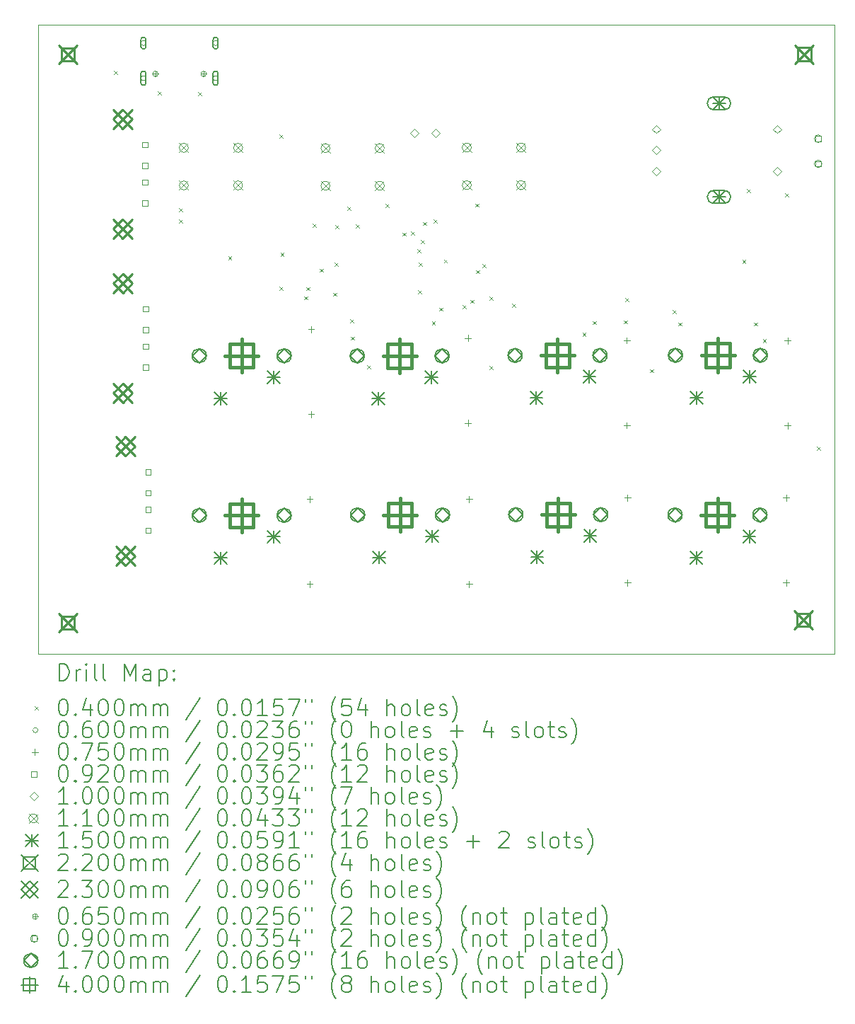
<source format=gbr>
%TF.GenerationSoftware,KiCad,Pcbnew,(6.0.10)*%
%TF.CreationDate,2023-03-05T14:49:52+05:30*%
%TF.ProjectId,keyboardv3,6b657962-6f61-4726-9476-332e6b696361,rev?*%
%TF.SameCoordinates,Original*%
%TF.FileFunction,Drillmap*%
%TF.FilePolarity,Positive*%
%FSLAX45Y45*%
G04 Gerber Fmt 4.5, Leading zero omitted, Abs format (unit mm)*
G04 Created by KiCad (PCBNEW (6.0.10)) date 2023-03-05 14:49:52*
%MOMM*%
%LPD*%
G01*
G04 APERTURE LIST*
%ADD10C,0.100000*%
%ADD11C,0.200000*%
%ADD12C,0.040000*%
%ADD13C,0.060000*%
%ADD14C,0.075000*%
%ADD15C,0.092000*%
%ADD16C,0.110000*%
%ADD17C,0.150000*%
%ADD18C,0.220000*%
%ADD19C,0.230000*%
%ADD20C,0.065000*%
%ADD21C,0.090000*%
%ADD22C,0.170000*%
%ADD23C,0.400000*%
G04 APERTURE END LIST*
D10*
X2914000Y-2598000D02*
X12445000Y-2598000D01*
X12445000Y-2598000D02*
X12445000Y-10125000D01*
X12445000Y-10125000D02*
X2914000Y-10125000D01*
X2914000Y-10125000D02*
X2914000Y-2598000D01*
D11*
D12*
X3819000Y-3144000D02*
X3859000Y-3184000D01*
X3859000Y-3144000D02*
X3819000Y-3184000D01*
X4345000Y-3394000D02*
X4385000Y-3434000D01*
X4385000Y-3394000D02*
X4345000Y-3434000D01*
X4596000Y-4792000D02*
X4636000Y-4832000D01*
X4636000Y-4792000D02*
X4596000Y-4832000D01*
X4597000Y-4922000D02*
X4637000Y-4962000D01*
X4637000Y-4922000D02*
X4597000Y-4962000D01*
X4825000Y-3404000D02*
X4865000Y-3444000D01*
X4865000Y-3404000D02*
X4825000Y-3444000D01*
X5186000Y-5364000D02*
X5226000Y-5404000D01*
X5226000Y-5364000D02*
X5186000Y-5404000D01*
X5800000Y-5730000D02*
X5840000Y-5770000D01*
X5840000Y-5730000D02*
X5800000Y-5770000D01*
X5802500Y-3909500D02*
X5842500Y-3949500D01*
X5842500Y-3909500D02*
X5802500Y-3949500D01*
X5814500Y-5324500D02*
X5854500Y-5364500D01*
X5854500Y-5324500D02*
X5814500Y-5364500D01*
X6099000Y-5843000D02*
X6139000Y-5883000D01*
X6139000Y-5843000D02*
X6099000Y-5883000D01*
X6120000Y-5733000D02*
X6160000Y-5773000D01*
X6160000Y-5733000D02*
X6120000Y-5773000D01*
X6199000Y-4973000D02*
X6239000Y-5013000D01*
X6239000Y-4973000D02*
X6199000Y-5013000D01*
X6284000Y-5513950D02*
X6324000Y-5553950D01*
X6324000Y-5513950D02*
X6284000Y-5553950D01*
X6444000Y-5802000D02*
X6484000Y-5842000D01*
X6484000Y-5802000D02*
X6444000Y-5842000D01*
X6458000Y-5439000D02*
X6498000Y-5479000D01*
X6498000Y-5439000D02*
X6458000Y-5479000D01*
X6468069Y-4990931D02*
X6508069Y-5030931D01*
X6508069Y-4990931D02*
X6468069Y-5030931D01*
X6611000Y-4772000D02*
X6651000Y-4812000D01*
X6651000Y-4772000D02*
X6611000Y-4812000D01*
X6649000Y-6119000D02*
X6689000Y-6159000D01*
X6689000Y-6119000D02*
X6649000Y-6159000D01*
X6655000Y-6327000D02*
X6695000Y-6367000D01*
X6695000Y-6327000D02*
X6655000Y-6367000D01*
X6715000Y-4987000D02*
X6755000Y-5027000D01*
X6755000Y-4987000D02*
X6715000Y-5027000D01*
X6851000Y-6671000D02*
X6891000Y-6711000D01*
X6891000Y-6671000D02*
X6851000Y-6711000D01*
X7069458Y-4741578D02*
X7109458Y-4781578D01*
X7109458Y-4741578D02*
X7069458Y-4781578D01*
X7274000Y-5082000D02*
X7314000Y-5122000D01*
X7314000Y-5082000D02*
X7274000Y-5122000D01*
X7375000Y-5066000D02*
X7415000Y-5106000D01*
X7415000Y-5066000D02*
X7375000Y-5106000D01*
X7450000Y-5280000D02*
X7490000Y-5320000D01*
X7490000Y-5280000D02*
X7450000Y-5320000D01*
X7463000Y-5773000D02*
X7503000Y-5813000D01*
X7503000Y-5773000D02*
X7463000Y-5813000D01*
X7470000Y-5439000D02*
X7510000Y-5479000D01*
X7510000Y-5439000D02*
X7470000Y-5479000D01*
X7491000Y-5169000D02*
X7531000Y-5209000D01*
X7531000Y-5169000D02*
X7491000Y-5209000D01*
X7519000Y-4955000D02*
X7559000Y-4995000D01*
X7559000Y-4955000D02*
X7519000Y-4995000D01*
X7625000Y-6147000D02*
X7665000Y-6187000D01*
X7665000Y-6147000D02*
X7625000Y-6187000D01*
X7648000Y-4927000D02*
X7688000Y-4967000D01*
X7688000Y-4927000D02*
X7648000Y-4967000D01*
X7715000Y-5978000D02*
X7755000Y-6018000D01*
X7755000Y-5978000D02*
X7715000Y-6018000D01*
X7768000Y-5404000D02*
X7808000Y-5444000D01*
X7808000Y-5404000D02*
X7768000Y-5444000D01*
X7991000Y-5948000D02*
X8031000Y-5988000D01*
X8031000Y-5948000D02*
X7991000Y-5988000D01*
X8088000Y-5885000D02*
X8128000Y-5925000D01*
X8128000Y-5885000D02*
X8088000Y-5925000D01*
X8145000Y-4735000D02*
X8185000Y-4775000D01*
X8185000Y-4735000D02*
X8145000Y-4775000D01*
X8152475Y-5530950D02*
X8192475Y-5570950D01*
X8192475Y-5530950D02*
X8152475Y-5570950D01*
X8233000Y-5456000D02*
X8273000Y-5496000D01*
X8273000Y-5456000D02*
X8233000Y-5496000D01*
X8313000Y-5846000D02*
X8353000Y-5886000D01*
X8353000Y-5846000D02*
X8313000Y-5886000D01*
X8313000Y-6677000D02*
X8353000Y-6717000D01*
X8353000Y-6677000D02*
X8313000Y-6717000D01*
X8584000Y-5934000D02*
X8624000Y-5974000D01*
X8624000Y-5934000D02*
X8584000Y-5974000D01*
X9428000Y-6282000D02*
X9468000Y-6322000D01*
X9468000Y-6282000D02*
X9428000Y-6322000D01*
X9553000Y-6141000D02*
X9593000Y-6181000D01*
X9593000Y-6141000D02*
X9553000Y-6181000D01*
X9921000Y-6132000D02*
X9961000Y-6172000D01*
X9961000Y-6132000D02*
X9921000Y-6172000D01*
X9942000Y-5863000D02*
X9982000Y-5903000D01*
X9982000Y-5863000D02*
X9942000Y-5903000D01*
X10238000Y-6715000D02*
X10278000Y-6755000D01*
X10278000Y-6715000D02*
X10238000Y-6755000D01*
X10510000Y-6007000D02*
X10550000Y-6047000D01*
X10550000Y-6007000D02*
X10510000Y-6047000D01*
X10573000Y-6158000D02*
X10613000Y-6198000D01*
X10613000Y-6158000D02*
X10573000Y-6198000D01*
X11343000Y-5408000D02*
X11383000Y-5448000D01*
X11383000Y-5408000D02*
X11343000Y-5448000D01*
X11400000Y-4562000D02*
X11440000Y-4602000D01*
X11440000Y-4562000D02*
X11400000Y-4602000D01*
X11484000Y-6157000D02*
X11524000Y-6197000D01*
X11524000Y-6157000D02*
X11484000Y-6197000D01*
X11588000Y-6358000D02*
X11628000Y-6398000D01*
X11628000Y-6358000D02*
X11588000Y-6398000D01*
X11854000Y-4609000D02*
X11894000Y-4649000D01*
X11894000Y-4609000D02*
X11854000Y-4649000D01*
X12236000Y-7643000D02*
X12276000Y-7683000D01*
X12276000Y-7643000D02*
X12236000Y-7683000D01*
D13*
X4202000Y-2814500D02*
G75*
G03*
X4202000Y-2814500I-30000J0D01*
G01*
D11*
X4202000Y-2854500D02*
X4202000Y-2774500D01*
X4142000Y-2854500D02*
X4142000Y-2774500D01*
X4202000Y-2774500D02*
G75*
G03*
X4142000Y-2774500I-30000J0D01*
G01*
X4142000Y-2854500D02*
G75*
G03*
X4202000Y-2854500I30000J0D01*
G01*
D13*
X4202000Y-3234500D02*
G75*
G03*
X4202000Y-3234500I-30000J0D01*
G01*
D11*
X4202000Y-3289500D02*
X4202000Y-3179500D01*
X4142000Y-3289500D02*
X4142000Y-3179500D01*
X4202000Y-3179500D02*
G75*
G03*
X4142000Y-3179500I-30000J0D01*
G01*
X4142000Y-3289500D02*
G75*
G03*
X4202000Y-3289500I30000J0D01*
G01*
D13*
X5066000Y-2814500D02*
G75*
G03*
X5066000Y-2814500I-30000J0D01*
G01*
D11*
X5066000Y-2854500D02*
X5066000Y-2774500D01*
X5006000Y-2854500D02*
X5006000Y-2774500D01*
X5066000Y-2774500D02*
G75*
G03*
X5006000Y-2774500I-30000J0D01*
G01*
X5006000Y-2854500D02*
G75*
G03*
X5066000Y-2854500I30000J0D01*
G01*
D13*
X5066000Y-3234500D02*
G75*
G03*
X5066000Y-3234500I-30000J0D01*
G01*
D11*
X5066000Y-3289500D02*
X5066000Y-3179500D01*
X5006000Y-3289500D02*
X5006000Y-3179500D01*
X5066000Y-3179500D02*
G75*
G03*
X5006000Y-3179500I-30000J0D01*
G01*
X5006000Y-3289500D02*
G75*
G03*
X5066000Y-3289500I30000J0D01*
G01*
D14*
X6163000Y-8231500D02*
X6163000Y-8306500D01*
X6125500Y-8269000D02*
X6200500Y-8269000D01*
X6163000Y-9247500D02*
X6163000Y-9322500D01*
X6125500Y-9285000D02*
X6200500Y-9285000D01*
X6181000Y-6202500D02*
X6181000Y-6277500D01*
X6143500Y-6240000D02*
X6218500Y-6240000D01*
X6181000Y-7218500D02*
X6181000Y-7293500D01*
X6143500Y-7256000D02*
X6218500Y-7256000D01*
X8056000Y-6306500D02*
X8056000Y-6381500D01*
X8018500Y-6344000D02*
X8093500Y-6344000D01*
X8056000Y-7322500D02*
X8056000Y-7397500D01*
X8018500Y-7360000D02*
X8093500Y-7360000D01*
X8071000Y-8231500D02*
X8071000Y-8306500D01*
X8033500Y-8269000D02*
X8108500Y-8269000D01*
X8071000Y-9247500D02*
X8071000Y-9322500D01*
X8033500Y-9285000D02*
X8108500Y-9285000D01*
X9958000Y-6334500D02*
X9958000Y-6409500D01*
X9920500Y-6372000D02*
X9995500Y-6372000D01*
X9958000Y-7350500D02*
X9958000Y-7425500D01*
X9920500Y-7388000D02*
X9995500Y-7388000D01*
X9966000Y-8216500D02*
X9966000Y-8291500D01*
X9928500Y-8254000D02*
X10003500Y-8254000D01*
X9966000Y-9232500D02*
X9966000Y-9307500D01*
X9928500Y-9270000D02*
X10003500Y-9270000D01*
X11866000Y-8214500D02*
X11866000Y-8289500D01*
X11828500Y-8252000D02*
X11903500Y-8252000D01*
X11866000Y-9230500D02*
X11866000Y-9305500D01*
X11828500Y-9268000D02*
X11903500Y-9268000D01*
X11886000Y-6336500D02*
X11886000Y-6411500D01*
X11848500Y-6374000D02*
X11923500Y-6374000D01*
X11886000Y-7352500D02*
X11886000Y-7427500D01*
X11848500Y-7390000D02*
X11923500Y-7390000D01*
D15*
X4225451Y-4061784D02*
X4225451Y-3996730D01*
X4160396Y-3996730D01*
X4160396Y-4061784D01*
X4225451Y-4061784D01*
X4225451Y-4311784D02*
X4225451Y-4246730D01*
X4160396Y-4246730D01*
X4160396Y-4311784D01*
X4225451Y-4311784D01*
X4225451Y-4511784D02*
X4225451Y-4446730D01*
X4160396Y-4446730D01*
X4160396Y-4511784D01*
X4225451Y-4511784D01*
X4225451Y-4761784D02*
X4225451Y-4696730D01*
X4160396Y-4696730D01*
X4160396Y-4761784D01*
X4225451Y-4761784D01*
X4229527Y-6026527D02*
X4229527Y-5961473D01*
X4164473Y-5961473D01*
X4164473Y-6026527D01*
X4229527Y-6026527D01*
X4229527Y-6276527D02*
X4229527Y-6211473D01*
X4164473Y-6211473D01*
X4164473Y-6276527D01*
X4229527Y-6276527D01*
X4229527Y-6476527D02*
X4229527Y-6411473D01*
X4164473Y-6411473D01*
X4164473Y-6476527D01*
X4229527Y-6476527D01*
X4229527Y-6726527D02*
X4229527Y-6661473D01*
X4164473Y-6661473D01*
X4164473Y-6726527D01*
X4229527Y-6726527D01*
X4260313Y-7977368D02*
X4260313Y-7912313D01*
X4195259Y-7912313D01*
X4195259Y-7977368D01*
X4260313Y-7977368D01*
X4260313Y-8227368D02*
X4260313Y-8162313D01*
X4195259Y-8162313D01*
X4195259Y-8227368D01*
X4260313Y-8227368D01*
X4260313Y-8427368D02*
X4260313Y-8362313D01*
X4195259Y-8362313D01*
X4195259Y-8427368D01*
X4260313Y-8427368D01*
X4260313Y-8677368D02*
X4260313Y-8612313D01*
X4195259Y-8612313D01*
X4195259Y-8677368D01*
X4260313Y-8677368D01*
D10*
X7416000Y-3940500D02*
X7466000Y-3890500D01*
X7416000Y-3840500D01*
X7366000Y-3890500D01*
X7416000Y-3940500D01*
X7670000Y-3940500D02*
X7720000Y-3890500D01*
X7670000Y-3840500D01*
X7620000Y-3890500D01*
X7670000Y-3940500D01*
X10313000Y-3895000D02*
X10363000Y-3845000D01*
X10313000Y-3795000D01*
X10263000Y-3845000D01*
X10313000Y-3895000D01*
X10313000Y-4145000D02*
X10363000Y-4095000D01*
X10313000Y-4045000D01*
X10263000Y-4095000D01*
X10313000Y-4145000D01*
X10313000Y-4395000D02*
X10363000Y-4345000D01*
X10313000Y-4295000D01*
X10263000Y-4345000D01*
X10313000Y-4395000D01*
X11763000Y-3895000D02*
X11813000Y-3845000D01*
X11763000Y-3795000D01*
X11713000Y-3845000D01*
X11763000Y-3895000D01*
X11763000Y-4395000D02*
X11813000Y-4345000D01*
X11763000Y-4295000D01*
X11713000Y-4345000D01*
X11763000Y-4395000D01*
D16*
X4600708Y-4012292D02*
X4710708Y-4122292D01*
X4710708Y-4012292D02*
X4600708Y-4122292D01*
X4710708Y-4067292D02*
G75*
G03*
X4710708Y-4067292I-55000J0D01*
G01*
X4600708Y-4462293D02*
X4710708Y-4572293D01*
X4710708Y-4462293D02*
X4600708Y-4572293D01*
X4710708Y-4517293D02*
G75*
G03*
X4710708Y-4517293I-55000J0D01*
G01*
X5250708Y-4012292D02*
X5360708Y-4122292D01*
X5360708Y-4012292D02*
X5250708Y-4122292D01*
X5360708Y-4067292D02*
G75*
G03*
X5360708Y-4067292I-55000J0D01*
G01*
X5250708Y-4462293D02*
X5360708Y-4572293D01*
X5360708Y-4462293D02*
X5250708Y-4572293D01*
X5360708Y-4517293D02*
G75*
G03*
X5360708Y-4517293I-55000J0D01*
G01*
X6296707Y-4016292D02*
X6406707Y-4126292D01*
X6406707Y-4016292D02*
X6296707Y-4126292D01*
X6406707Y-4071292D02*
G75*
G03*
X6406707Y-4071292I-55000J0D01*
G01*
X6296707Y-4466293D02*
X6406707Y-4576293D01*
X6406707Y-4466293D02*
X6296707Y-4576293D01*
X6406707Y-4521293D02*
G75*
G03*
X6406707Y-4521293I-55000J0D01*
G01*
X6946707Y-4016292D02*
X7056707Y-4126292D01*
X7056707Y-4016292D02*
X6946707Y-4126292D01*
X7056707Y-4071292D02*
G75*
G03*
X7056707Y-4071292I-55000J0D01*
G01*
X6946707Y-4466293D02*
X7056707Y-4576293D01*
X7056707Y-4466293D02*
X6946707Y-4576293D01*
X7056707Y-4521293D02*
G75*
G03*
X7056707Y-4521293I-55000J0D01*
G01*
X7988707Y-4009292D02*
X8098707Y-4119292D01*
X8098707Y-4009292D02*
X7988707Y-4119292D01*
X8098707Y-4064292D02*
G75*
G03*
X8098707Y-4064292I-55000J0D01*
G01*
X7988707Y-4459293D02*
X8098707Y-4569293D01*
X8098707Y-4459293D02*
X7988707Y-4569293D01*
X8098707Y-4514293D02*
G75*
G03*
X8098707Y-4514293I-55000J0D01*
G01*
X8638708Y-4009292D02*
X8748708Y-4119292D01*
X8748708Y-4009292D02*
X8638708Y-4119292D01*
X8748708Y-4064292D02*
G75*
G03*
X8748708Y-4064292I-55000J0D01*
G01*
X8638708Y-4459293D02*
X8748708Y-4569293D01*
X8748708Y-4459293D02*
X8638708Y-4569293D01*
X8748708Y-4514293D02*
G75*
G03*
X8748708Y-4514293I-55000J0D01*
G01*
D17*
X5020000Y-6989000D02*
X5170000Y-7139000D01*
X5170000Y-6989000D02*
X5020000Y-7139000D01*
X5095000Y-6989000D02*
X5095000Y-7139000D01*
X5020000Y-7064000D02*
X5170000Y-7064000D01*
X5020000Y-8899000D02*
X5170000Y-9049000D01*
X5170000Y-8899000D02*
X5020000Y-9049000D01*
X5095000Y-8899000D02*
X5095000Y-9049000D01*
X5020000Y-8974000D02*
X5170000Y-8974000D01*
X5655000Y-6735000D02*
X5805000Y-6885000D01*
X5805000Y-6735000D02*
X5655000Y-6885000D01*
X5730000Y-6735000D02*
X5730000Y-6885000D01*
X5655000Y-6810000D02*
X5805000Y-6810000D01*
X5655000Y-8645000D02*
X5805000Y-8795000D01*
X5805000Y-8645000D02*
X5655000Y-8795000D01*
X5730000Y-8645000D02*
X5730000Y-8795000D01*
X5655000Y-8720000D02*
X5805000Y-8720000D01*
X6911000Y-6991000D02*
X7061000Y-7141000D01*
X7061000Y-6991000D02*
X6911000Y-7141000D01*
X6986000Y-6991000D02*
X6986000Y-7141000D01*
X6911000Y-7066000D02*
X7061000Y-7066000D01*
X6916000Y-8892000D02*
X7066000Y-9042000D01*
X7066000Y-8892000D02*
X6916000Y-9042000D01*
X6991000Y-8892000D02*
X6991000Y-9042000D01*
X6916000Y-8967000D02*
X7066000Y-8967000D01*
X7546000Y-6737000D02*
X7696000Y-6887000D01*
X7696000Y-6737000D02*
X7546000Y-6887000D01*
X7621000Y-6737000D02*
X7621000Y-6887000D01*
X7546000Y-6812000D02*
X7696000Y-6812000D01*
X7551000Y-8638000D02*
X7701000Y-8788000D01*
X7701000Y-8638000D02*
X7551000Y-8788000D01*
X7626000Y-8638000D02*
X7626000Y-8788000D01*
X7551000Y-8713000D02*
X7701000Y-8713000D01*
X8801000Y-6985000D02*
X8951000Y-7135000D01*
X8951000Y-6985000D02*
X8801000Y-7135000D01*
X8876000Y-6985000D02*
X8876000Y-7135000D01*
X8801000Y-7060000D02*
X8951000Y-7060000D01*
X8810000Y-8890000D02*
X8960000Y-9040000D01*
X8960000Y-8890000D02*
X8810000Y-9040000D01*
X8885000Y-8890000D02*
X8885000Y-9040000D01*
X8810000Y-8965000D02*
X8960000Y-8965000D01*
X9436000Y-6731000D02*
X9586000Y-6881000D01*
X9586000Y-6731000D02*
X9436000Y-6881000D01*
X9511000Y-6731000D02*
X9511000Y-6881000D01*
X9436000Y-6806000D02*
X9586000Y-6806000D01*
X9445000Y-8636000D02*
X9595000Y-8786000D01*
X9595000Y-8636000D02*
X9445000Y-8786000D01*
X9520000Y-8636000D02*
X9520000Y-8786000D01*
X9445000Y-8711000D02*
X9595000Y-8711000D01*
X10716000Y-8893000D02*
X10866000Y-9043000D01*
X10866000Y-8893000D02*
X10716000Y-9043000D01*
X10791000Y-8893000D02*
X10791000Y-9043000D01*
X10716000Y-8968000D02*
X10866000Y-8968000D01*
X10721000Y-6983000D02*
X10871000Y-7133000D01*
X10871000Y-6983000D02*
X10721000Y-7133000D01*
X10796000Y-6983000D02*
X10796000Y-7133000D01*
X10721000Y-7058000D02*
X10871000Y-7058000D01*
X10988000Y-3460000D02*
X11138000Y-3610000D01*
X11138000Y-3460000D02*
X10988000Y-3610000D01*
X11063000Y-3460000D02*
X11063000Y-3610000D01*
X10988000Y-3535000D02*
X11138000Y-3535000D01*
D11*
X10998000Y-3610000D02*
X11128000Y-3610000D01*
X10998000Y-3460000D02*
X11128000Y-3460000D01*
X11128000Y-3610000D02*
G75*
G03*
X11128000Y-3460000I0J75000D01*
G01*
X10998000Y-3460000D02*
G75*
G03*
X10998000Y-3610000I0J-75000D01*
G01*
D17*
X10988000Y-4580000D02*
X11138000Y-4730000D01*
X11138000Y-4580000D02*
X10988000Y-4730000D01*
X11063000Y-4580000D02*
X11063000Y-4730000D01*
X10988000Y-4655000D02*
X11138000Y-4655000D01*
D11*
X10998000Y-4730000D02*
X11128000Y-4730000D01*
X10998000Y-4580000D02*
X11128000Y-4580000D01*
X11128000Y-4730000D02*
G75*
G03*
X11128000Y-4580000I0J75000D01*
G01*
X10998000Y-4580000D02*
G75*
G03*
X10998000Y-4730000I0J-75000D01*
G01*
D17*
X11351000Y-8639000D02*
X11501000Y-8789000D01*
X11501000Y-8639000D02*
X11351000Y-8789000D01*
X11426000Y-8639000D02*
X11426000Y-8789000D01*
X11351000Y-8714000D02*
X11501000Y-8714000D01*
X11356000Y-6729000D02*
X11506000Y-6879000D01*
X11506000Y-6729000D02*
X11356000Y-6879000D01*
X11431000Y-6729000D02*
X11431000Y-6879000D01*
X11356000Y-6804000D02*
X11506000Y-6804000D01*
D18*
X3159000Y-9639000D02*
X3379000Y-9859000D01*
X3379000Y-9639000D02*
X3159000Y-9859000D01*
X3346782Y-9826783D02*
X3346782Y-9671218D01*
X3191217Y-9671218D01*
X3191217Y-9826783D01*
X3346782Y-9826783D01*
X3160000Y-2843000D02*
X3380000Y-3063000D01*
X3380000Y-2843000D02*
X3160000Y-3063000D01*
X3347782Y-3030782D02*
X3347782Y-2875217D01*
X3192217Y-2875217D01*
X3192217Y-3030782D01*
X3347782Y-3030782D01*
X11964000Y-9604000D02*
X12184000Y-9824000D01*
X12184000Y-9604000D02*
X11964000Y-9824000D01*
X12151782Y-9791783D02*
X12151782Y-9636218D01*
X11996217Y-9636218D01*
X11996217Y-9791783D01*
X12151782Y-9791783D01*
X11975000Y-2838000D02*
X12195000Y-3058000D01*
X12195000Y-2838000D02*
X11975000Y-3058000D01*
X12162782Y-3025782D02*
X12162782Y-2870217D01*
X12007217Y-2870217D01*
X12007217Y-3025782D01*
X12162782Y-3025782D01*
D19*
X3806923Y-3607257D02*
X4036923Y-3837257D01*
X4036923Y-3607257D02*
X3806923Y-3837257D01*
X3921923Y-3837257D02*
X4036923Y-3722257D01*
X3921923Y-3607257D01*
X3806923Y-3722257D01*
X3921923Y-3837257D01*
X3806923Y-4921257D02*
X4036923Y-5151257D01*
X4036923Y-4921257D02*
X3806923Y-5151257D01*
X3921923Y-5151257D02*
X4036923Y-5036257D01*
X3921923Y-4921257D01*
X3806923Y-5036257D01*
X3921923Y-5151257D01*
X3811000Y-5572000D02*
X4041000Y-5802000D01*
X4041000Y-5572000D02*
X3811000Y-5802000D01*
X3926000Y-5802000D02*
X4041000Y-5687000D01*
X3926000Y-5572000D01*
X3811000Y-5687000D01*
X3926000Y-5802000D01*
X3811000Y-6886000D02*
X4041000Y-7116000D01*
X4041000Y-6886000D02*
X3811000Y-7116000D01*
X3926000Y-7116000D02*
X4041000Y-7001000D01*
X3926000Y-6886000D01*
X3811000Y-7001000D01*
X3926000Y-7116000D01*
X3841786Y-7522840D02*
X4071786Y-7752840D01*
X4071786Y-7522840D02*
X3841786Y-7752840D01*
X3956786Y-7752840D02*
X4071786Y-7637840D01*
X3956786Y-7522840D01*
X3841786Y-7637840D01*
X3956786Y-7752840D01*
X3841786Y-8836841D02*
X4071786Y-9066841D01*
X4071786Y-8836841D02*
X3841786Y-9066841D01*
X3956786Y-9066841D02*
X4071786Y-8951841D01*
X3956786Y-8836841D01*
X3841786Y-8951841D01*
X3956786Y-9066841D01*
D20*
X4315000Y-3150000D02*
X4315000Y-3215000D01*
X4282500Y-3182500D02*
X4347500Y-3182500D01*
X4347500Y-3182500D02*
G75*
G03*
X4347500Y-3182500I-32500J0D01*
G01*
X4893000Y-3150000D02*
X4893000Y-3215000D01*
X4860500Y-3182500D02*
X4925500Y-3182500D01*
X4925500Y-3182500D02*
G75*
G03*
X4925500Y-3182500I-32500J0D01*
G01*
D21*
X12281820Y-3990820D02*
X12281820Y-3927180D01*
X12218180Y-3927180D01*
X12218180Y-3990820D01*
X12281820Y-3990820D01*
X12295000Y-3959000D02*
G75*
G03*
X12295000Y-3959000I-45000J0D01*
G01*
X12281820Y-4290820D02*
X12281820Y-4227180D01*
X12218180Y-4227180D01*
X12218180Y-4290820D01*
X12281820Y-4290820D01*
X12295000Y-4259000D02*
G75*
G03*
X12295000Y-4259000I-45000J0D01*
G01*
D22*
X4841000Y-6641000D02*
X4926000Y-6556000D01*
X4841000Y-6471000D01*
X4756000Y-6556000D01*
X4841000Y-6641000D01*
X4926000Y-6556000D02*
G75*
G03*
X4926000Y-6556000I-85000J0D01*
G01*
X4841000Y-8551000D02*
X4926000Y-8466000D01*
X4841000Y-8381000D01*
X4756000Y-8466000D01*
X4841000Y-8551000D01*
X4926000Y-8466000D02*
G75*
G03*
X4926000Y-8466000I-85000J0D01*
G01*
X5857000Y-6641000D02*
X5942000Y-6556000D01*
X5857000Y-6471000D01*
X5772000Y-6556000D01*
X5857000Y-6641000D01*
X5942000Y-6556000D02*
G75*
G03*
X5942000Y-6556000I-85000J0D01*
G01*
X5857000Y-8551000D02*
X5942000Y-8466000D01*
X5857000Y-8381000D01*
X5772000Y-8466000D01*
X5857000Y-8551000D01*
X5942000Y-8466000D02*
G75*
G03*
X5942000Y-8466000I-85000J0D01*
G01*
X6732000Y-6643000D02*
X6817000Y-6558000D01*
X6732000Y-6473000D01*
X6647000Y-6558000D01*
X6732000Y-6643000D01*
X6817000Y-6558000D02*
G75*
G03*
X6817000Y-6558000I-85000J0D01*
G01*
X6737000Y-8544000D02*
X6822000Y-8459000D01*
X6737000Y-8374000D01*
X6652000Y-8459000D01*
X6737000Y-8544000D01*
X6822000Y-8459000D02*
G75*
G03*
X6822000Y-8459000I-85000J0D01*
G01*
X7748000Y-6643000D02*
X7833000Y-6558000D01*
X7748000Y-6473000D01*
X7663000Y-6558000D01*
X7748000Y-6643000D01*
X7833000Y-6558000D02*
G75*
G03*
X7833000Y-6558000I-85000J0D01*
G01*
X7753000Y-8544000D02*
X7838000Y-8459000D01*
X7753000Y-8374000D01*
X7668000Y-8459000D01*
X7753000Y-8544000D01*
X7838000Y-8459000D02*
G75*
G03*
X7838000Y-8459000I-85000J0D01*
G01*
X8622000Y-6637000D02*
X8707000Y-6552000D01*
X8622000Y-6467000D01*
X8537000Y-6552000D01*
X8622000Y-6637000D01*
X8707000Y-6552000D02*
G75*
G03*
X8707000Y-6552000I-85000J0D01*
G01*
X8631000Y-8542000D02*
X8716000Y-8457000D01*
X8631000Y-8372000D01*
X8546000Y-8457000D01*
X8631000Y-8542000D01*
X8716000Y-8457000D02*
G75*
G03*
X8716000Y-8457000I-85000J0D01*
G01*
X9638000Y-6637000D02*
X9723000Y-6552000D01*
X9638000Y-6467000D01*
X9553000Y-6552000D01*
X9638000Y-6637000D01*
X9723000Y-6552000D02*
G75*
G03*
X9723000Y-6552000I-85000J0D01*
G01*
X9647000Y-8542000D02*
X9732000Y-8457000D01*
X9647000Y-8372000D01*
X9562000Y-8457000D01*
X9647000Y-8542000D01*
X9732000Y-8457000D02*
G75*
G03*
X9732000Y-8457000I-85000J0D01*
G01*
X10537000Y-8545000D02*
X10622000Y-8460000D01*
X10537000Y-8375000D01*
X10452000Y-8460000D01*
X10537000Y-8545000D01*
X10622000Y-8460000D02*
G75*
G03*
X10622000Y-8460000I-85000J0D01*
G01*
X10542000Y-6635000D02*
X10627000Y-6550000D01*
X10542000Y-6465000D01*
X10457000Y-6550000D01*
X10542000Y-6635000D01*
X10627000Y-6550000D02*
G75*
G03*
X10627000Y-6550000I-85000J0D01*
G01*
X11553000Y-8545000D02*
X11638000Y-8460000D01*
X11553000Y-8375000D01*
X11468000Y-8460000D01*
X11553000Y-8545000D01*
X11638000Y-8460000D02*
G75*
G03*
X11638000Y-8460000I-85000J0D01*
G01*
X11558000Y-6635000D02*
X11643000Y-6550000D01*
X11558000Y-6465000D01*
X11473000Y-6550000D01*
X11558000Y-6635000D01*
X11643000Y-6550000D02*
G75*
G03*
X11643000Y-6550000I-85000J0D01*
G01*
D23*
X5349000Y-6356000D02*
X5349000Y-6756000D01*
X5149000Y-6556000D02*
X5549000Y-6556000D01*
X5490423Y-6697423D02*
X5490423Y-6414577D01*
X5207577Y-6414577D01*
X5207577Y-6697423D01*
X5490423Y-6697423D01*
X5349000Y-8266000D02*
X5349000Y-8666000D01*
X5149000Y-8466000D02*
X5549000Y-8466000D01*
X5490423Y-8607423D02*
X5490423Y-8324577D01*
X5207577Y-8324577D01*
X5207577Y-8607423D01*
X5490423Y-8607423D01*
X7240000Y-6358000D02*
X7240000Y-6758000D01*
X7040000Y-6558000D02*
X7440000Y-6558000D01*
X7381423Y-6699423D02*
X7381423Y-6416577D01*
X7098577Y-6416577D01*
X7098577Y-6699423D01*
X7381423Y-6699423D01*
X7245000Y-8259000D02*
X7245000Y-8659000D01*
X7045000Y-8459000D02*
X7445000Y-8459000D01*
X7386423Y-8600423D02*
X7386423Y-8317577D01*
X7103577Y-8317577D01*
X7103577Y-8600423D01*
X7386423Y-8600423D01*
X9130000Y-6352000D02*
X9130000Y-6752000D01*
X8930000Y-6552000D02*
X9330000Y-6552000D01*
X9271423Y-6693423D02*
X9271423Y-6410577D01*
X8988577Y-6410577D01*
X8988577Y-6693423D01*
X9271423Y-6693423D01*
X9139000Y-8257000D02*
X9139000Y-8657000D01*
X8939000Y-8457000D02*
X9339000Y-8457000D01*
X9280423Y-8598423D02*
X9280423Y-8315577D01*
X8997577Y-8315577D01*
X8997577Y-8598423D01*
X9280423Y-8598423D01*
X11045000Y-8260000D02*
X11045000Y-8660000D01*
X10845000Y-8460000D02*
X11245000Y-8460000D01*
X11186423Y-8601423D02*
X11186423Y-8318577D01*
X10903577Y-8318577D01*
X10903577Y-8601423D01*
X11186423Y-8601423D01*
X11050000Y-6350000D02*
X11050000Y-6750000D01*
X10850000Y-6550000D02*
X11250000Y-6550000D01*
X11191423Y-6691423D02*
X11191423Y-6408577D01*
X10908577Y-6408577D01*
X10908577Y-6691423D01*
X11191423Y-6691423D01*
D11*
X3166619Y-10440476D02*
X3166619Y-10240476D01*
X3214238Y-10240476D01*
X3242809Y-10250000D01*
X3261857Y-10269048D01*
X3271381Y-10288095D01*
X3280905Y-10326190D01*
X3280905Y-10354762D01*
X3271381Y-10392857D01*
X3261857Y-10411905D01*
X3242809Y-10430952D01*
X3214238Y-10440476D01*
X3166619Y-10440476D01*
X3366619Y-10440476D02*
X3366619Y-10307143D01*
X3366619Y-10345238D02*
X3376143Y-10326190D01*
X3385667Y-10316667D01*
X3404714Y-10307143D01*
X3423762Y-10307143D01*
X3490428Y-10440476D02*
X3490428Y-10307143D01*
X3490428Y-10240476D02*
X3480905Y-10250000D01*
X3490428Y-10259524D01*
X3499952Y-10250000D01*
X3490428Y-10240476D01*
X3490428Y-10259524D01*
X3614238Y-10440476D02*
X3595190Y-10430952D01*
X3585667Y-10411905D01*
X3585667Y-10240476D01*
X3719000Y-10440476D02*
X3699952Y-10430952D01*
X3690428Y-10411905D01*
X3690428Y-10240476D01*
X3947571Y-10440476D02*
X3947571Y-10240476D01*
X4014238Y-10383333D01*
X4080905Y-10240476D01*
X4080905Y-10440476D01*
X4261857Y-10440476D02*
X4261857Y-10335714D01*
X4252333Y-10316667D01*
X4233286Y-10307143D01*
X4195190Y-10307143D01*
X4176143Y-10316667D01*
X4261857Y-10430952D02*
X4242810Y-10440476D01*
X4195190Y-10440476D01*
X4176143Y-10430952D01*
X4166619Y-10411905D01*
X4166619Y-10392857D01*
X4176143Y-10373810D01*
X4195190Y-10364286D01*
X4242810Y-10364286D01*
X4261857Y-10354762D01*
X4357095Y-10307143D02*
X4357095Y-10507143D01*
X4357095Y-10316667D02*
X4376143Y-10307143D01*
X4414238Y-10307143D01*
X4433286Y-10316667D01*
X4442810Y-10326190D01*
X4452333Y-10345238D01*
X4452333Y-10402381D01*
X4442810Y-10421429D01*
X4433286Y-10430952D01*
X4414238Y-10440476D01*
X4376143Y-10440476D01*
X4357095Y-10430952D01*
X4538048Y-10421429D02*
X4547571Y-10430952D01*
X4538048Y-10440476D01*
X4528524Y-10430952D01*
X4538048Y-10421429D01*
X4538048Y-10440476D01*
X4538048Y-10316667D02*
X4547571Y-10326190D01*
X4538048Y-10335714D01*
X4528524Y-10326190D01*
X4538048Y-10316667D01*
X4538048Y-10335714D01*
D12*
X2869000Y-10750000D02*
X2909000Y-10790000D01*
X2909000Y-10750000D02*
X2869000Y-10790000D01*
D11*
X3204714Y-10660476D02*
X3223762Y-10660476D01*
X3242809Y-10670000D01*
X3252333Y-10679524D01*
X3261857Y-10698571D01*
X3271381Y-10736667D01*
X3271381Y-10784286D01*
X3261857Y-10822381D01*
X3252333Y-10841429D01*
X3242809Y-10850952D01*
X3223762Y-10860476D01*
X3204714Y-10860476D01*
X3185667Y-10850952D01*
X3176143Y-10841429D01*
X3166619Y-10822381D01*
X3157095Y-10784286D01*
X3157095Y-10736667D01*
X3166619Y-10698571D01*
X3176143Y-10679524D01*
X3185667Y-10670000D01*
X3204714Y-10660476D01*
X3357095Y-10841429D02*
X3366619Y-10850952D01*
X3357095Y-10860476D01*
X3347571Y-10850952D01*
X3357095Y-10841429D01*
X3357095Y-10860476D01*
X3538048Y-10727143D02*
X3538048Y-10860476D01*
X3490428Y-10650952D02*
X3442809Y-10793810D01*
X3566619Y-10793810D01*
X3680905Y-10660476D02*
X3699952Y-10660476D01*
X3719000Y-10670000D01*
X3728524Y-10679524D01*
X3738048Y-10698571D01*
X3747571Y-10736667D01*
X3747571Y-10784286D01*
X3738048Y-10822381D01*
X3728524Y-10841429D01*
X3719000Y-10850952D01*
X3699952Y-10860476D01*
X3680905Y-10860476D01*
X3661857Y-10850952D01*
X3652333Y-10841429D01*
X3642809Y-10822381D01*
X3633286Y-10784286D01*
X3633286Y-10736667D01*
X3642809Y-10698571D01*
X3652333Y-10679524D01*
X3661857Y-10670000D01*
X3680905Y-10660476D01*
X3871381Y-10660476D02*
X3890428Y-10660476D01*
X3909476Y-10670000D01*
X3919000Y-10679524D01*
X3928524Y-10698571D01*
X3938048Y-10736667D01*
X3938048Y-10784286D01*
X3928524Y-10822381D01*
X3919000Y-10841429D01*
X3909476Y-10850952D01*
X3890428Y-10860476D01*
X3871381Y-10860476D01*
X3852333Y-10850952D01*
X3842809Y-10841429D01*
X3833286Y-10822381D01*
X3823762Y-10784286D01*
X3823762Y-10736667D01*
X3833286Y-10698571D01*
X3842809Y-10679524D01*
X3852333Y-10670000D01*
X3871381Y-10660476D01*
X4023762Y-10860476D02*
X4023762Y-10727143D01*
X4023762Y-10746190D02*
X4033286Y-10736667D01*
X4052333Y-10727143D01*
X4080905Y-10727143D01*
X4099952Y-10736667D01*
X4109476Y-10755714D01*
X4109476Y-10860476D01*
X4109476Y-10755714D02*
X4119000Y-10736667D01*
X4138048Y-10727143D01*
X4166619Y-10727143D01*
X4185667Y-10736667D01*
X4195190Y-10755714D01*
X4195190Y-10860476D01*
X4290429Y-10860476D02*
X4290429Y-10727143D01*
X4290429Y-10746190D02*
X4299952Y-10736667D01*
X4319000Y-10727143D01*
X4347571Y-10727143D01*
X4366619Y-10736667D01*
X4376143Y-10755714D01*
X4376143Y-10860476D01*
X4376143Y-10755714D02*
X4385667Y-10736667D01*
X4404714Y-10727143D01*
X4433286Y-10727143D01*
X4452333Y-10736667D01*
X4461857Y-10755714D01*
X4461857Y-10860476D01*
X4852333Y-10650952D02*
X4680905Y-10908095D01*
X5109476Y-10660476D02*
X5128524Y-10660476D01*
X5147571Y-10670000D01*
X5157095Y-10679524D01*
X5166619Y-10698571D01*
X5176143Y-10736667D01*
X5176143Y-10784286D01*
X5166619Y-10822381D01*
X5157095Y-10841429D01*
X5147571Y-10850952D01*
X5128524Y-10860476D01*
X5109476Y-10860476D01*
X5090429Y-10850952D01*
X5080905Y-10841429D01*
X5071381Y-10822381D01*
X5061857Y-10784286D01*
X5061857Y-10736667D01*
X5071381Y-10698571D01*
X5080905Y-10679524D01*
X5090429Y-10670000D01*
X5109476Y-10660476D01*
X5261857Y-10841429D02*
X5271381Y-10850952D01*
X5261857Y-10860476D01*
X5252333Y-10850952D01*
X5261857Y-10841429D01*
X5261857Y-10860476D01*
X5395190Y-10660476D02*
X5414238Y-10660476D01*
X5433286Y-10670000D01*
X5442810Y-10679524D01*
X5452333Y-10698571D01*
X5461857Y-10736667D01*
X5461857Y-10784286D01*
X5452333Y-10822381D01*
X5442810Y-10841429D01*
X5433286Y-10850952D01*
X5414238Y-10860476D01*
X5395190Y-10860476D01*
X5376143Y-10850952D01*
X5366619Y-10841429D01*
X5357095Y-10822381D01*
X5347571Y-10784286D01*
X5347571Y-10736667D01*
X5357095Y-10698571D01*
X5366619Y-10679524D01*
X5376143Y-10670000D01*
X5395190Y-10660476D01*
X5652333Y-10860476D02*
X5538048Y-10860476D01*
X5595190Y-10860476D02*
X5595190Y-10660476D01*
X5576143Y-10689048D01*
X5557095Y-10708095D01*
X5538048Y-10717619D01*
X5833286Y-10660476D02*
X5738048Y-10660476D01*
X5728524Y-10755714D01*
X5738048Y-10746190D01*
X5757095Y-10736667D01*
X5804714Y-10736667D01*
X5823762Y-10746190D01*
X5833286Y-10755714D01*
X5842809Y-10774762D01*
X5842809Y-10822381D01*
X5833286Y-10841429D01*
X5823762Y-10850952D01*
X5804714Y-10860476D01*
X5757095Y-10860476D01*
X5738048Y-10850952D01*
X5728524Y-10841429D01*
X5909476Y-10660476D02*
X6042809Y-10660476D01*
X5957095Y-10860476D01*
X6109476Y-10660476D02*
X6109476Y-10698571D01*
X6185667Y-10660476D02*
X6185667Y-10698571D01*
X6480905Y-10936667D02*
X6471381Y-10927143D01*
X6452333Y-10898571D01*
X6442809Y-10879524D01*
X6433286Y-10850952D01*
X6423762Y-10803333D01*
X6423762Y-10765238D01*
X6433286Y-10717619D01*
X6442809Y-10689048D01*
X6452333Y-10670000D01*
X6471381Y-10641429D01*
X6480905Y-10631905D01*
X6652333Y-10660476D02*
X6557095Y-10660476D01*
X6547571Y-10755714D01*
X6557095Y-10746190D01*
X6576143Y-10736667D01*
X6623762Y-10736667D01*
X6642809Y-10746190D01*
X6652333Y-10755714D01*
X6661857Y-10774762D01*
X6661857Y-10822381D01*
X6652333Y-10841429D01*
X6642809Y-10850952D01*
X6623762Y-10860476D01*
X6576143Y-10860476D01*
X6557095Y-10850952D01*
X6547571Y-10841429D01*
X6833286Y-10727143D02*
X6833286Y-10860476D01*
X6785667Y-10650952D02*
X6738048Y-10793810D01*
X6861857Y-10793810D01*
X7090428Y-10860476D02*
X7090428Y-10660476D01*
X7176143Y-10860476D02*
X7176143Y-10755714D01*
X7166619Y-10736667D01*
X7147571Y-10727143D01*
X7119000Y-10727143D01*
X7099952Y-10736667D01*
X7090428Y-10746190D01*
X7299952Y-10860476D02*
X7280905Y-10850952D01*
X7271381Y-10841429D01*
X7261857Y-10822381D01*
X7261857Y-10765238D01*
X7271381Y-10746190D01*
X7280905Y-10736667D01*
X7299952Y-10727143D01*
X7328524Y-10727143D01*
X7347571Y-10736667D01*
X7357095Y-10746190D01*
X7366619Y-10765238D01*
X7366619Y-10822381D01*
X7357095Y-10841429D01*
X7347571Y-10850952D01*
X7328524Y-10860476D01*
X7299952Y-10860476D01*
X7480905Y-10860476D02*
X7461857Y-10850952D01*
X7452333Y-10831905D01*
X7452333Y-10660476D01*
X7633286Y-10850952D02*
X7614238Y-10860476D01*
X7576143Y-10860476D01*
X7557095Y-10850952D01*
X7547571Y-10831905D01*
X7547571Y-10755714D01*
X7557095Y-10736667D01*
X7576143Y-10727143D01*
X7614238Y-10727143D01*
X7633286Y-10736667D01*
X7642809Y-10755714D01*
X7642809Y-10774762D01*
X7547571Y-10793810D01*
X7719000Y-10850952D02*
X7738048Y-10860476D01*
X7776143Y-10860476D01*
X7795190Y-10850952D01*
X7804714Y-10831905D01*
X7804714Y-10822381D01*
X7795190Y-10803333D01*
X7776143Y-10793810D01*
X7747571Y-10793810D01*
X7728524Y-10784286D01*
X7719000Y-10765238D01*
X7719000Y-10755714D01*
X7728524Y-10736667D01*
X7747571Y-10727143D01*
X7776143Y-10727143D01*
X7795190Y-10736667D01*
X7871381Y-10936667D02*
X7880905Y-10927143D01*
X7899952Y-10898571D01*
X7909476Y-10879524D01*
X7919000Y-10850952D01*
X7928524Y-10803333D01*
X7928524Y-10765238D01*
X7919000Y-10717619D01*
X7909476Y-10689048D01*
X7899952Y-10670000D01*
X7880905Y-10641429D01*
X7871381Y-10631905D01*
D13*
X2909000Y-11034000D02*
G75*
G03*
X2909000Y-11034000I-30000J0D01*
G01*
D11*
X3204714Y-10924476D02*
X3223762Y-10924476D01*
X3242809Y-10934000D01*
X3252333Y-10943524D01*
X3261857Y-10962571D01*
X3271381Y-11000667D01*
X3271381Y-11048286D01*
X3261857Y-11086381D01*
X3252333Y-11105429D01*
X3242809Y-11114952D01*
X3223762Y-11124476D01*
X3204714Y-11124476D01*
X3185667Y-11114952D01*
X3176143Y-11105429D01*
X3166619Y-11086381D01*
X3157095Y-11048286D01*
X3157095Y-11000667D01*
X3166619Y-10962571D01*
X3176143Y-10943524D01*
X3185667Y-10934000D01*
X3204714Y-10924476D01*
X3357095Y-11105429D02*
X3366619Y-11114952D01*
X3357095Y-11124476D01*
X3347571Y-11114952D01*
X3357095Y-11105429D01*
X3357095Y-11124476D01*
X3538048Y-10924476D02*
X3499952Y-10924476D01*
X3480905Y-10934000D01*
X3471381Y-10943524D01*
X3452333Y-10972095D01*
X3442809Y-11010190D01*
X3442809Y-11086381D01*
X3452333Y-11105429D01*
X3461857Y-11114952D01*
X3480905Y-11124476D01*
X3519000Y-11124476D01*
X3538048Y-11114952D01*
X3547571Y-11105429D01*
X3557095Y-11086381D01*
X3557095Y-11038762D01*
X3547571Y-11019714D01*
X3538048Y-11010190D01*
X3519000Y-11000667D01*
X3480905Y-11000667D01*
X3461857Y-11010190D01*
X3452333Y-11019714D01*
X3442809Y-11038762D01*
X3680905Y-10924476D02*
X3699952Y-10924476D01*
X3719000Y-10934000D01*
X3728524Y-10943524D01*
X3738048Y-10962571D01*
X3747571Y-11000667D01*
X3747571Y-11048286D01*
X3738048Y-11086381D01*
X3728524Y-11105429D01*
X3719000Y-11114952D01*
X3699952Y-11124476D01*
X3680905Y-11124476D01*
X3661857Y-11114952D01*
X3652333Y-11105429D01*
X3642809Y-11086381D01*
X3633286Y-11048286D01*
X3633286Y-11000667D01*
X3642809Y-10962571D01*
X3652333Y-10943524D01*
X3661857Y-10934000D01*
X3680905Y-10924476D01*
X3871381Y-10924476D02*
X3890428Y-10924476D01*
X3909476Y-10934000D01*
X3919000Y-10943524D01*
X3928524Y-10962571D01*
X3938048Y-11000667D01*
X3938048Y-11048286D01*
X3928524Y-11086381D01*
X3919000Y-11105429D01*
X3909476Y-11114952D01*
X3890428Y-11124476D01*
X3871381Y-11124476D01*
X3852333Y-11114952D01*
X3842809Y-11105429D01*
X3833286Y-11086381D01*
X3823762Y-11048286D01*
X3823762Y-11000667D01*
X3833286Y-10962571D01*
X3842809Y-10943524D01*
X3852333Y-10934000D01*
X3871381Y-10924476D01*
X4023762Y-11124476D02*
X4023762Y-10991143D01*
X4023762Y-11010190D02*
X4033286Y-11000667D01*
X4052333Y-10991143D01*
X4080905Y-10991143D01*
X4099952Y-11000667D01*
X4109476Y-11019714D01*
X4109476Y-11124476D01*
X4109476Y-11019714D02*
X4119000Y-11000667D01*
X4138048Y-10991143D01*
X4166619Y-10991143D01*
X4185667Y-11000667D01*
X4195190Y-11019714D01*
X4195190Y-11124476D01*
X4290429Y-11124476D02*
X4290429Y-10991143D01*
X4290429Y-11010190D02*
X4299952Y-11000667D01*
X4319000Y-10991143D01*
X4347571Y-10991143D01*
X4366619Y-11000667D01*
X4376143Y-11019714D01*
X4376143Y-11124476D01*
X4376143Y-11019714D02*
X4385667Y-11000667D01*
X4404714Y-10991143D01*
X4433286Y-10991143D01*
X4452333Y-11000667D01*
X4461857Y-11019714D01*
X4461857Y-11124476D01*
X4852333Y-10914952D02*
X4680905Y-11172095D01*
X5109476Y-10924476D02*
X5128524Y-10924476D01*
X5147571Y-10934000D01*
X5157095Y-10943524D01*
X5166619Y-10962571D01*
X5176143Y-11000667D01*
X5176143Y-11048286D01*
X5166619Y-11086381D01*
X5157095Y-11105429D01*
X5147571Y-11114952D01*
X5128524Y-11124476D01*
X5109476Y-11124476D01*
X5090429Y-11114952D01*
X5080905Y-11105429D01*
X5071381Y-11086381D01*
X5061857Y-11048286D01*
X5061857Y-11000667D01*
X5071381Y-10962571D01*
X5080905Y-10943524D01*
X5090429Y-10934000D01*
X5109476Y-10924476D01*
X5261857Y-11105429D02*
X5271381Y-11114952D01*
X5261857Y-11124476D01*
X5252333Y-11114952D01*
X5261857Y-11105429D01*
X5261857Y-11124476D01*
X5395190Y-10924476D02*
X5414238Y-10924476D01*
X5433286Y-10934000D01*
X5442810Y-10943524D01*
X5452333Y-10962571D01*
X5461857Y-11000667D01*
X5461857Y-11048286D01*
X5452333Y-11086381D01*
X5442810Y-11105429D01*
X5433286Y-11114952D01*
X5414238Y-11124476D01*
X5395190Y-11124476D01*
X5376143Y-11114952D01*
X5366619Y-11105429D01*
X5357095Y-11086381D01*
X5347571Y-11048286D01*
X5347571Y-11000667D01*
X5357095Y-10962571D01*
X5366619Y-10943524D01*
X5376143Y-10934000D01*
X5395190Y-10924476D01*
X5538048Y-10943524D02*
X5547571Y-10934000D01*
X5566619Y-10924476D01*
X5614238Y-10924476D01*
X5633286Y-10934000D01*
X5642809Y-10943524D01*
X5652333Y-10962571D01*
X5652333Y-10981619D01*
X5642809Y-11010190D01*
X5528524Y-11124476D01*
X5652333Y-11124476D01*
X5719000Y-10924476D02*
X5842809Y-10924476D01*
X5776143Y-11000667D01*
X5804714Y-11000667D01*
X5823762Y-11010190D01*
X5833286Y-11019714D01*
X5842809Y-11038762D01*
X5842809Y-11086381D01*
X5833286Y-11105429D01*
X5823762Y-11114952D01*
X5804714Y-11124476D01*
X5747571Y-11124476D01*
X5728524Y-11114952D01*
X5719000Y-11105429D01*
X6014238Y-10924476D02*
X5976143Y-10924476D01*
X5957095Y-10934000D01*
X5947571Y-10943524D01*
X5928524Y-10972095D01*
X5919000Y-11010190D01*
X5919000Y-11086381D01*
X5928524Y-11105429D01*
X5938048Y-11114952D01*
X5957095Y-11124476D01*
X5995190Y-11124476D01*
X6014238Y-11114952D01*
X6023762Y-11105429D01*
X6033286Y-11086381D01*
X6033286Y-11038762D01*
X6023762Y-11019714D01*
X6014238Y-11010190D01*
X5995190Y-11000667D01*
X5957095Y-11000667D01*
X5938048Y-11010190D01*
X5928524Y-11019714D01*
X5919000Y-11038762D01*
X6109476Y-10924476D02*
X6109476Y-10962571D01*
X6185667Y-10924476D02*
X6185667Y-10962571D01*
X6480905Y-11200667D02*
X6471381Y-11191143D01*
X6452333Y-11162571D01*
X6442809Y-11143524D01*
X6433286Y-11114952D01*
X6423762Y-11067333D01*
X6423762Y-11029238D01*
X6433286Y-10981619D01*
X6442809Y-10953048D01*
X6452333Y-10934000D01*
X6471381Y-10905429D01*
X6480905Y-10895905D01*
X6595190Y-10924476D02*
X6614238Y-10924476D01*
X6633286Y-10934000D01*
X6642809Y-10943524D01*
X6652333Y-10962571D01*
X6661857Y-11000667D01*
X6661857Y-11048286D01*
X6652333Y-11086381D01*
X6642809Y-11105429D01*
X6633286Y-11114952D01*
X6614238Y-11124476D01*
X6595190Y-11124476D01*
X6576143Y-11114952D01*
X6566619Y-11105429D01*
X6557095Y-11086381D01*
X6547571Y-11048286D01*
X6547571Y-11000667D01*
X6557095Y-10962571D01*
X6566619Y-10943524D01*
X6576143Y-10934000D01*
X6595190Y-10924476D01*
X6899952Y-11124476D02*
X6899952Y-10924476D01*
X6985667Y-11124476D02*
X6985667Y-11019714D01*
X6976143Y-11000667D01*
X6957095Y-10991143D01*
X6928524Y-10991143D01*
X6909476Y-11000667D01*
X6899952Y-11010190D01*
X7109476Y-11124476D02*
X7090428Y-11114952D01*
X7080905Y-11105429D01*
X7071381Y-11086381D01*
X7071381Y-11029238D01*
X7080905Y-11010190D01*
X7090428Y-11000667D01*
X7109476Y-10991143D01*
X7138048Y-10991143D01*
X7157095Y-11000667D01*
X7166619Y-11010190D01*
X7176143Y-11029238D01*
X7176143Y-11086381D01*
X7166619Y-11105429D01*
X7157095Y-11114952D01*
X7138048Y-11124476D01*
X7109476Y-11124476D01*
X7290428Y-11124476D02*
X7271381Y-11114952D01*
X7261857Y-11095905D01*
X7261857Y-10924476D01*
X7442809Y-11114952D02*
X7423762Y-11124476D01*
X7385667Y-11124476D01*
X7366619Y-11114952D01*
X7357095Y-11095905D01*
X7357095Y-11019714D01*
X7366619Y-11000667D01*
X7385667Y-10991143D01*
X7423762Y-10991143D01*
X7442809Y-11000667D01*
X7452333Y-11019714D01*
X7452333Y-11038762D01*
X7357095Y-11057810D01*
X7528524Y-11114952D02*
X7547571Y-11124476D01*
X7585667Y-11124476D01*
X7604714Y-11114952D01*
X7614238Y-11095905D01*
X7614238Y-11086381D01*
X7604714Y-11067333D01*
X7585667Y-11057810D01*
X7557095Y-11057810D01*
X7538048Y-11048286D01*
X7528524Y-11029238D01*
X7528524Y-11019714D01*
X7538048Y-11000667D01*
X7557095Y-10991143D01*
X7585667Y-10991143D01*
X7604714Y-11000667D01*
X7852333Y-11048286D02*
X8004714Y-11048286D01*
X7928524Y-11124476D02*
X7928524Y-10972095D01*
X8338048Y-10991143D02*
X8338048Y-11124476D01*
X8290428Y-10914952D02*
X8242809Y-11057810D01*
X8366619Y-11057810D01*
X8585667Y-11114952D02*
X8604714Y-11124476D01*
X8642810Y-11124476D01*
X8661857Y-11114952D01*
X8671381Y-11095905D01*
X8671381Y-11086381D01*
X8661857Y-11067333D01*
X8642810Y-11057810D01*
X8614238Y-11057810D01*
X8595190Y-11048286D01*
X8585667Y-11029238D01*
X8585667Y-11019714D01*
X8595190Y-11000667D01*
X8614238Y-10991143D01*
X8642810Y-10991143D01*
X8661857Y-11000667D01*
X8785667Y-11124476D02*
X8766619Y-11114952D01*
X8757095Y-11095905D01*
X8757095Y-10924476D01*
X8890429Y-11124476D02*
X8871381Y-11114952D01*
X8861857Y-11105429D01*
X8852333Y-11086381D01*
X8852333Y-11029238D01*
X8861857Y-11010190D01*
X8871381Y-11000667D01*
X8890429Y-10991143D01*
X8919000Y-10991143D01*
X8938048Y-11000667D01*
X8947571Y-11010190D01*
X8957095Y-11029238D01*
X8957095Y-11086381D01*
X8947571Y-11105429D01*
X8938048Y-11114952D01*
X8919000Y-11124476D01*
X8890429Y-11124476D01*
X9014238Y-10991143D02*
X9090429Y-10991143D01*
X9042810Y-10924476D02*
X9042810Y-11095905D01*
X9052333Y-11114952D01*
X9071381Y-11124476D01*
X9090429Y-11124476D01*
X9147571Y-11114952D02*
X9166619Y-11124476D01*
X9204714Y-11124476D01*
X9223762Y-11114952D01*
X9233286Y-11095905D01*
X9233286Y-11086381D01*
X9223762Y-11067333D01*
X9204714Y-11057810D01*
X9176143Y-11057810D01*
X9157095Y-11048286D01*
X9147571Y-11029238D01*
X9147571Y-11019714D01*
X9157095Y-11000667D01*
X9176143Y-10991143D01*
X9204714Y-10991143D01*
X9223762Y-11000667D01*
X9299952Y-11200667D02*
X9309476Y-11191143D01*
X9328524Y-11162571D01*
X9338048Y-11143524D01*
X9347571Y-11114952D01*
X9357095Y-11067333D01*
X9357095Y-11029238D01*
X9347571Y-10981619D01*
X9338048Y-10953048D01*
X9328524Y-10934000D01*
X9309476Y-10905429D01*
X9299952Y-10895905D01*
D14*
X2871500Y-11260500D02*
X2871500Y-11335500D01*
X2834000Y-11298000D02*
X2909000Y-11298000D01*
D11*
X3204714Y-11188476D02*
X3223762Y-11188476D01*
X3242809Y-11198000D01*
X3252333Y-11207524D01*
X3261857Y-11226571D01*
X3271381Y-11264667D01*
X3271381Y-11312286D01*
X3261857Y-11350381D01*
X3252333Y-11369428D01*
X3242809Y-11378952D01*
X3223762Y-11388476D01*
X3204714Y-11388476D01*
X3185667Y-11378952D01*
X3176143Y-11369428D01*
X3166619Y-11350381D01*
X3157095Y-11312286D01*
X3157095Y-11264667D01*
X3166619Y-11226571D01*
X3176143Y-11207524D01*
X3185667Y-11198000D01*
X3204714Y-11188476D01*
X3357095Y-11369428D02*
X3366619Y-11378952D01*
X3357095Y-11388476D01*
X3347571Y-11378952D01*
X3357095Y-11369428D01*
X3357095Y-11388476D01*
X3433286Y-11188476D02*
X3566619Y-11188476D01*
X3480905Y-11388476D01*
X3738048Y-11188476D02*
X3642809Y-11188476D01*
X3633286Y-11283714D01*
X3642809Y-11274190D01*
X3661857Y-11264667D01*
X3709476Y-11264667D01*
X3728524Y-11274190D01*
X3738048Y-11283714D01*
X3747571Y-11302762D01*
X3747571Y-11350381D01*
X3738048Y-11369428D01*
X3728524Y-11378952D01*
X3709476Y-11388476D01*
X3661857Y-11388476D01*
X3642809Y-11378952D01*
X3633286Y-11369428D01*
X3871381Y-11188476D02*
X3890428Y-11188476D01*
X3909476Y-11198000D01*
X3919000Y-11207524D01*
X3928524Y-11226571D01*
X3938048Y-11264667D01*
X3938048Y-11312286D01*
X3928524Y-11350381D01*
X3919000Y-11369428D01*
X3909476Y-11378952D01*
X3890428Y-11388476D01*
X3871381Y-11388476D01*
X3852333Y-11378952D01*
X3842809Y-11369428D01*
X3833286Y-11350381D01*
X3823762Y-11312286D01*
X3823762Y-11264667D01*
X3833286Y-11226571D01*
X3842809Y-11207524D01*
X3852333Y-11198000D01*
X3871381Y-11188476D01*
X4023762Y-11388476D02*
X4023762Y-11255143D01*
X4023762Y-11274190D02*
X4033286Y-11264667D01*
X4052333Y-11255143D01*
X4080905Y-11255143D01*
X4099952Y-11264667D01*
X4109476Y-11283714D01*
X4109476Y-11388476D01*
X4109476Y-11283714D02*
X4119000Y-11264667D01*
X4138048Y-11255143D01*
X4166619Y-11255143D01*
X4185667Y-11264667D01*
X4195190Y-11283714D01*
X4195190Y-11388476D01*
X4290429Y-11388476D02*
X4290429Y-11255143D01*
X4290429Y-11274190D02*
X4299952Y-11264667D01*
X4319000Y-11255143D01*
X4347571Y-11255143D01*
X4366619Y-11264667D01*
X4376143Y-11283714D01*
X4376143Y-11388476D01*
X4376143Y-11283714D02*
X4385667Y-11264667D01*
X4404714Y-11255143D01*
X4433286Y-11255143D01*
X4452333Y-11264667D01*
X4461857Y-11283714D01*
X4461857Y-11388476D01*
X4852333Y-11178952D02*
X4680905Y-11436095D01*
X5109476Y-11188476D02*
X5128524Y-11188476D01*
X5147571Y-11198000D01*
X5157095Y-11207524D01*
X5166619Y-11226571D01*
X5176143Y-11264667D01*
X5176143Y-11312286D01*
X5166619Y-11350381D01*
X5157095Y-11369428D01*
X5147571Y-11378952D01*
X5128524Y-11388476D01*
X5109476Y-11388476D01*
X5090429Y-11378952D01*
X5080905Y-11369428D01*
X5071381Y-11350381D01*
X5061857Y-11312286D01*
X5061857Y-11264667D01*
X5071381Y-11226571D01*
X5080905Y-11207524D01*
X5090429Y-11198000D01*
X5109476Y-11188476D01*
X5261857Y-11369428D02*
X5271381Y-11378952D01*
X5261857Y-11388476D01*
X5252333Y-11378952D01*
X5261857Y-11369428D01*
X5261857Y-11388476D01*
X5395190Y-11188476D02*
X5414238Y-11188476D01*
X5433286Y-11198000D01*
X5442810Y-11207524D01*
X5452333Y-11226571D01*
X5461857Y-11264667D01*
X5461857Y-11312286D01*
X5452333Y-11350381D01*
X5442810Y-11369428D01*
X5433286Y-11378952D01*
X5414238Y-11388476D01*
X5395190Y-11388476D01*
X5376143Y-11378952D01*
X5366619Y-11369428D01*
X5357095Y-11350381D01*
X5347571Y-11312286D01*
X5347571Y-11264667D01*
X5357095Y-11226571D01*
X5366619Y-11207524D01*
X5376143Y-11198000D01*
X5395190Y-11188476D01*
X5538048Y-11207524D02*
X5547571Y-11198000D01*
X5566619Y-11188476D01*
X5614238Y-11188476D01*
X5633286Y-11198000D01*
X5642809Y-11207524D01*
X5652333Y-11226571D01*
X5652333Y-11245619D01*
X5642809Y-11274190D01*
X5528524Y-11388476D01*
X5652333Y-11388476D01*
X5747571Y-11388476D02*
X5785667Y-11388476D01*
X5804714Y-11378952D01*
X5814238Y-11369428D01*
X5833286Y-11340857D01*
X5842809Y-11302762D01*
X5842809Y-11226571D01*
X5833286Y-11207524D01*
X5823762Y-11198000D01*
X5804714Y-11188476D01*
X5766619Y-11188476D01*
X5747571Y-11198000D01*
X5738048Y-11207524D01*
X5728524Y-11226571D01*
X5728524Y-11274190D01*
X5738048Y-11293238D01*
X5747571Y-11302762D01*
X5766619Y-11312286D01*
X5804714Y-11312286D01*
X5823762Y-11302762D01*
X5833286Y-11293238D01*
X5842809Y-11274190D01*
X6023762Y-11188476D02*
X5928524Y-11188476D01*
X5919000Y-11283714D01*
X5928524Y-11274190D01*
X5947571Y-11264667D01*
X5995190Y-11264667D01*
X6014238Y-11274190D01*
X6023762Y-11283714D01*
X6033286Y-11302762D01*
X6033286Y-11350381D01*
X6023762Y-11369428D01*
X6014238Y-11378952D01*
X5995190Y-11388476D01*
X5947571Y-11388476D01*
X5928524Y-11378952D01*
X5919000Y-11369428D01*
X6109476Y-11188476D02*
X6109476Y-11226571D01*
X6185667Y-11188476D02*
X6185667Y-11226571D01*
X6480905Y-11464667D02*
X6471381Y-11455143D01*
X6452333Y-11426571D01*
X6442809Y-11407524D01*
X6433286Y-11378952D01*
X6423762Y-11331333D01*
X6423762Y-11293238D01*
X6433286Y-11245619D01*
X6442809Y-11217048D01*
X6452333Y-11198000D01*
X6471381Y-11169429D01*
X6480905Y-11159905D01*
X6661857Y-11388476D02*
X6547571Y-11388476D01*
X6604714Y-11388476D02*
X6604714Y-11188476D01*
X6585667Y-11217048D01*
X6566619Y-11236095D01*
X6547571Y-11245619D01*
X6833286Y-11188476D02*
X6795190Y-11188476D01*
X6776143Y-11198000D01*
X6766619Y-11207524D01*
X6747571Y-11236095D01*
X6738048Y-11274190D01*
X6738048Y-11350381D01*
X6747571Y-11369428D01*
X6757095Y-11378952D01*
X6776143Y-11388476D01*
X6814238Y-11388476D01*
X6833286Y-11378952D01*
X6842809Y-11369428D01*
X6852333Y-11350381D01*
X6852333Y-11302762D01*
X6842809Y-11283714D01*
X6833286Y-11274190D01*
X6814238Y-11264667D01*
X6776143Y-11264667D01*
X6757095Y-11274190D01*
X6747571Y-11283714D01*
X6738048Y-11302762D01*
X7090428Y-11388476D02*
X7090428Y-11188476D01*
X7176143Y-11388476D02*
X7176143Y-11283714D01*
X7166619Y-11264667D01*
X7147571Y-11255143D01*
X7119000Y-11255143D01*
X7099952Y-11264667D01*
X7090428Y-11274190D01*
X7299952Y-11388476D02*
X7280905Y-11378952D01*
X7271381Y-11369428D01*
X7261857Y-11350381D01*
X7261857Y-11293238D01*
X7271381Y-11274190D01*
X7280905Y-11264667D01*
X7299952Y-11255143D01*
X7328524Y-11255143D01*
X7347571Y-11264667D01*
X7357095Y-11274190D01*
X7366619Y-11293238D01*
X7366619Y-11350381D01*
X7357095Y-11369428D01*
X7347571Y-11378952D01*
X7328524Y-11388476D01*
X7299952Y-11388476D01*
X7480905Y-11388476D02*
X7461857Y-11378952D01*
X7452333Y-11359905D01*
X7452333Y-11188476D01*
X7633286Y-11378952D02*
X7614238Y-11388476D01*
X7576143Y-11388476D01*
X7557095Y-11378952D01*
X7547571Y-11359905D01*
X7547571Y-11283714D01*
X7557095Y-11264667D01*
X7576143Y-11255143D01*
X7614238Y-11255143D01*
X7633286Y-11264667D01*
X7642809Y-11283714D01*
X7642809Y-11302762D01*
X7547571Y-11321809D01*
X7719000Y-11378952D02*
X7738048Y-11388476D01*
X7776143Y-11388476D01*
X7795190Y-11378952D01*
X7804714Y-11359905D01*
X7804714Y-11350381D01*
X7795190Y-11331333D01*
X7776143Y-11321809D01*
X7747571Y-11321809D01*
X7728524Y-11312286D01*
X7719000Y-11293238D01*
X7719000Y-11283714D01*
X7728524Y-11264667D01*
X7747571Y-11255143D01*
X7776143Y-11255143D01*
X7795190Y-11264667D01*
X7871381Y-11464667D02*
X7880905Y-11455143D01*
X7899952Y-11426571D01*
X7909476Y-11407524D01*
X7919000Y-11378952D01*
X7928524Y-11331333D01*
X7928524Y-11293238D01*
X7919000Y-11245619D01*
X7909476Y-11217048D01*
X7899952Y-11198000D01*
X7880905Y-11169429D01*
X7871381Y-11159905D01*
D15*
X2895527Y-11594527D02*
X2895527Y-11529473D01*
X2830473Y-11529473D01*
X2830473Y-11594527D01*
X2895527Y-11594527D01*
D11*
X3204714Y-11452476D02*
X3223762Y-11452476D01*
X3242809Y-11462000D01*
X3252333Y-11471524D01*
X3261857Y-11490571D01*
X3271381Y-11528667D01*
X3271381Y-11576286D01*
X3261857Y-11614381D01*
X3252333Y-11633428D01*
X3242809Y-11642952D01*
X3223762Y-11652476D01*
X3204714Y-11652476D01*
X3185667Y-11642952D01*
X3176143Y-11633428D01*
X3166619Y-11614381D01*
X3157095Y-11576286D01*
X3157095Y-11528667D01*
X3166619Y-11490571D01*
X3176143Y-11471524D01*
X3185667Y-11462000D01*
X3204714Y-11452476D01*
X3357095Y-11633428D02*
X3366619Y-11642952D01*
X3357095Y-11652476D01*
X3347571Y-11642952D01*
X3357095Y-11633428D01*
X3357095Y-11652476D01*
X3461857Y-11652476D02*
X3499952Y-11652476D01*
X3519000Y-11642952D01*
X3528524Y-11633428D01*
X3547571Y-11604857D01*
X3557095Y-11566762D01*
X3557095Y-11490571D01*
X3547571Y-11471524D01*
X3538048Y-11462000D01*
X3519000Y-11452476D01*
X3480905Y-11452476D01*
X3461857Y-11462000D01*
X3452333Y-11471524D01*
X3442809Y-11490571D01*
X3442809Y-11538190D01*
X3452333Y-11557238D01*
X3461857Y-11566762D01*
X3480905Y-11576286D01*
X3519000Y-11576286D01*
X3538048Y-11566762D01*
X3547571Y-11557238D01*
X3557095Y-11538190D01*
X3633286Y-11471524D02*
X3642809Y-11462000D01*
X3661857Y-11452476D01*
X3709476Y-11452476D01*
X3728524Y-11462000D01*
X3738048Y-11471524D01*
X3747571Y-11490571D01*
X3747571Y-11509619D01*
X3738048Y-11538190D01*
X3623762Y-11652476D01*
X3747571Y-11652476D01*
X3871381Y-11452476D02*
X3890428Y-11452476D01*
X3909476Y-11462000D01*
X3919000Y-11471524D01*
X3928524Y-11490571D01*
X3938048Y-11528667D01*
X3938048Y-11576286D01*
X3928524Y-11614381D01*
X3919000Y-11633428D01*
X3909476Y-11642952D01*
X3890428Y-11652476D01*
X3871381Y-11652476D01*
X3852333Y-11642952D01*
X3842809Y-11633428D01*
X3833286Y-11614381D01*
X3823762Y-11576286D01*
X3823762Y-11528667D01*
X3833286Y-11490571D01*
X3842809Y-11471524D01*
X3852333Y-11462000D01*
X3871381Y-11452476D01*
X4023762Y-11652476D02*
X4023762Y-11519143D01*
X4023762Y-11538190D02*
X4033286Y-11528667D01*
X4052333Y-11519143D01*
X4080905Y-11519143D01*
X4099952Y-11528667D01*
X4109476Y-11547714D01*
X4109476Y-11652476D01*
X4109476Y-11547714D02*
X4119000Y-11528667D01*
X4138048Y-11519143D01*
X4166619Y-11519143D01*
X4185667Y-11528667D01*
X4195190Y-11547714D01*
X4195190Y-11652476D01*
X4290429Y-11652476D02*
X4290429Y-11519143D01*
X4290429Y-11538190D02*
X4299952Y-11528667D01*
X4319000Y-11519143D01*
X4347571Y-11519143D01*
X4366619Y-11528667D01*
X4376143Y-11547714D01*
X4376143Y-11652476D01*
X4376143Y-11547714D02*
X4385667Y-11528667D01*
X4404714Y-11519143D01*
X4433286Y-11519143D01*
X4452333Y-11528667D01*
X4461857Y-11547714D01*
X4461857Y-11652476D01*
X4852333Y-11442952D02*
X4680905Y-11700095D01*
X5109476Y-11452476D02*
X5128524Y-11452476D01*
X5147571Y-11462000D01*
X5157095Y-11471524D01*
X5166619Y-11490571D01*
X5176143Y-11528667D01*
X5176143Y-11576286D01*
X5166619Y-11614381D01*
X5157095Y-11633428D01*
X5147571Y-11642952D01*
X5128524Y-11652476D01*
X5109476Y-11652476D01*
X5090429Y-11642952D01*
X5080905Y-11633428D01*
X5071381Y-11614381D01*
X5061857Y-11576286D01*
X5061857Y-11528667D01*
X5071381Y-11490571D01*
X5080905Y-11471524D01*
X5090429Y-11462000D01*
X5109476Y-11452476D01*
X5261857Y-11633428D02*
X5271381Y-11642952D01*
X5261857Y-11652476D01*
X5252333Y-11642952D01*
X5261857Y-11633428D01*
X5261857Y-11652476D01*
X5395190Y-11452476D02*
X5414238Y-11452476D01*
X5433286Y-11462000D01*
X5442810Y-11471524D01*
X5452333Y-11490571D01*
X5461857Y-11528667D01*
X5461857Y-11576286D01*
X5452333Y-11614381D01*
X5442810Y-11633428D01*
X5433286Y-11642952D01*
X5414238Y-11652476D01*
X5395190Y-11652476D01*
X5376143Y-11642952D01*
X5366619Y-11633428D01*
X5357095Y-11614381D01*
X5347571Y-11576286D01*
X5347571Y-11528667D01*
X5357095Y-11490571D01*
X5366619Y-11471524D01*
X5376143Y-11462000D01*
X5395190Y-11452476D01*
X5528524Y-11452476D02*
X5652333Y-11452476D01*
X5585667Y-11528667D01*
X5614238Y-11528667D01*
X5633286Y-11538190D01*
X5642809Y-11547714D01*
X5652333Y-11566762D01*
X5652333Y-11614381D01*
X5642809Y-11633428D01*
X5633286Y-11642952D01*
X5614238Y-11652476D01*
X5557095Y-11652476D01*
X5538048Y-11642952D01*
X5528524Y-11633428D01*
X5823762Y-11452476D02*
X5785667Y-11452476D01*
X5766619Y-11462000D01*
X5757095Y-11471524D01*
X5738048Y-11500095D01*
X5728524Y-11538190D01*
X5728524Y-11614381D01*
X5738048Y-11633428D01*
X5747571Y-11642952D01*
X5766619Y-11652476D01*
X5804714Y-11652476D01*
X5823762Y-11642952D01*
X5833286Y-11633428D01*
X5842809Y-11614381D01*
X5842809Y-11566762D01*
X5833286Y-11547714D01*
X5823762Y-11538190D01*
X5804714Y-11528667D01*
X5766619Y-11528667D01*
X5747571Y-11538190D01*
X5738048Y-11547714D01*
X5728524Y-11566762D01*
X5919000Y-11471524D02*
X5928524Y-11462000D01*
X5947571Y-11452476D01*
X5995190Y-11452476D01*
X6014238Y-11462000D01*
X6023762Y-11471524D01*
X6033286Y-11490571D01*
X6033286Y-11509619D01*
X6023762Y-11538190D01*
X5909476Y-11652476D01*
X6033286Y-11652476D01*
X6109476Y-11452476D02*
X6109476Y-11490571D01*
X6185667Y-11452476D02*
X6185667Y-11490571D01*
X6480905Y-11728667D02*
X6471381Y-11719143D01*
X6452333Y-11690571D01*
X6442809Y-11671524D01*
X6433286Y-11642952D01*
X6423762Y-11595333D01*
X6423762Y-11557238D01*
X6433286Y-11509619D01*
X6442809Y-11481048D01*
X6452333Y-11462000D01*
X6471381Y-11433428D01*
X6480905Y-11423905D01*
X6661857Y-11652476D02*
X6547571Y-11652476D01*
X6604714Y-11652476D02*
X6604714Y-11452476D01*
X6585667Y-11481048D01*
X6566619Y-11500095D01*
X6547571Y-11509619D01*
X6738048Y-11471524D02*
X6747571Y-11462000D01*
X6766619Y-11452476D01*
X6814238Y-11452476D01*
X6833286Y-11462000D01*
X6842809Y-11471524D01*
X6852333Y-11490571D01*
X6852333Y-11509619D01*
X6842809Y-11538190D01*
X6728524Y-11652476D01*
X6852333Y-11652476D01*
X7090428Y-11652476D02*
X7090428Y-11452476D01*
X7176143Y-11652476D02*
X7176143Y-11547714D01*
X7166619Y-11528667D01*
X7147571Y-11519143D01*
X7119000Y-11519143D01*
X7099952Y-11528667D01*
X7090428Y-11538190D01*
X7299952Y-11652476D02*
X7280905Y-11642952D01*
X7271381Y-11633428D01*
X7261857Y-11614381D01*
X7261857Y-11557238D01*
X7271381Y-11538190D01*
X7280905Y-11528667D01*
X7299952Y-11519143D01*
X7328524Y-11519143D01*
X7347571Y-11528667D01*
X7357095Y-11538190D01*
X7366619Y-11557238D01*
X7366619Y-11614381D01*
X7357095Y-11633428D01*
X7347571Y-11642952D01*
X7328524Y-11652476D01*
X7299952Y-11652476D01*
X7480905Y-11652476D02*
X7461857Y-11642952D01*
X7452333Y-11623905D01*
X7452333Y-11452476D01*
X7633286Y-11642952D02*
X7614238Y-11652476D01*
X7576143Y-11652476D01*
X7557095Y-11642952D01*
X7547571Y-11623905D01*
X7547571Y-11547714D01*
X7557095Y-11528667D01*
X7576143Y-11519143D01*
X7614238Y-11519143D01*
X7633286Y-11528667D01*
X7642809Y-11547714D01*
X7642809Y-11566762D01*
X7547571Y-11585809D01*
X7719000Y-11642952D02*
X7738048Y-11652476D01*
X7776143Y-11652476D01*
X7795190Y-11642952D01*
X7804714Y-11623905D01*
X7804714Y-11614381D01*
X7795190Y-11595333D01*
X7776143Y-11585809D01*
X7747571Y-11585809D01*
X7728524Y-11576286D01*
X7719000Y-11557238D01*
X7719000Y-11547714D01*
X7728524Y-11528667D01*
X7747571Y-11519143D01*
X7776143Y-11519143D01*
X7795190Y-11528667D01*
X7871381Y-11728667D02*
X7880905Y-11719143D01*
X7899952Y-11690571D01*
X7909476Y-11671524D01*
X7919000Y-11642952D01*
X7928524Y-11595333D01*
X7928524Y-11557238D01*
X7919000Y-11509619D01*
X7909476Y-11481048D01*
X7899952Y-11462000D01*
X7880905Y-11433428D01*
X7871381Y-11423905D01*
D10*
X2859000Y-11876000D02*
X2909000Y-11826000D01*
X2859000Y-11776000D01*
X2809000Y-11826000D01*
X2859000Y-11876000D01*
D11*
X3271381Y-11916476D02*
X3157095Y-11916476D01*
X3214238Y-11916476D02*
X3214238Y-11716476D01*
X3195190Y-11745048D01*
X3176143Y-11764095D01*
X3157095Y-11773619D01*
X3357095Y-11897428D02*
X3366619Y-11906952D01*
X3357095Y-11916476D01*
X3347571Y-11906952D01*
X3357095Y-11897428D01*
X3357095Y-11916476D01*
X3490428Y-11716476D02*
X3509476Y-11716476D01*
X3528524Y-11726000D01*
X3538048Y-11735524D01*
X3547571Y-11754571D01*
X3557095Y-11792667D01*
X3557095Y-11840286D01*
X3547571Y-11878381D01*
X3538048Y-11897428D01*
X3528524Y-11906952D01*
X3509476Y-11916476D01*
X3490428Y-11916476D01*
X3471381Y-11906952D01*
X3461857Y-11897428D01*
X3452333Y-11878381D01*
X3442809Y-11840286D01*
X3442809Y-11792667D01*
X3452333Y-11754571D01*
X3461857Y-11735524D01*
X3471381Y-11726000D01*
X3490428Y-11716476D01*
X3680905Y-11716476D02*
X3699952Y-11716476D01*
X3719000Y-11726000D01*
X3728524Y-11735524D01*
X3738048Y-11754571D01*
X3747571Y-11792667D01*
X3747571Y-11840286D01*
X3738048Y-11878381D01*
X3728524Y-11897428D01*
X3719000Y-11906952D01*
X3699952Y-11916476D01*
X3680905Y-11916476D01*
X3661857Y-11906952D01*
X3652333Y-11897428D01*
X3642809Y-11878381D01*
X3633286Y-11840286D01*
X3633286Y-11792667D01*
X3642809Y-11754571D01*
X3652333Y-11735524D01*
X3661857Y-11726000D01*
X3680905Y-11716476D01*
X3871381Y-11716476D02*
X3890428Y-11716476D01*
X3909476Y-11726000D01*
X3919000Y-11735524D01*
X3928524Y-11754571D01*
X3938048Y-11792667D01*
X3938048Y-11840286D01*
X3928524Y-11878381D01*
X3919000Y-11897428D01*
X3909476Y-11906952D01*
X3890428Y-11916476D01*
X3871381Y-11916476D01*
X3852333Y-11906952D01*
X3842809Y-11897428D01*
X3833286Y-11878381D01*
X3823762Y-11840286D01*
X3823762Y-11792667D01*
X3833286Y-11754571D01*
X3842809Y-11735524D01*
X3852333Y-11726000D01*
X3871381Y-11716476D01*
X4023762Y-11916476D02*
X4023762Y-11783143D01*
X4023762Y-11802190D02*
X4033286Y-11792667D01*
X4052333Y-11783143D01*
X4080905Y-11783143D01*
X4099952Y-11792667D01*
X4109476Y-11811714D01*
X4109476Y-11916476D01*
X4109476Y-11811714D02*
X4119000Y-11792667D01*
X4138048Y-11783143D01*
X4166619Y-11783143D01*
X4185667Y-11792667D01*
X4195190Y-11811714D01*
X4195190Y-11916476D01*
X4290429Y-11916476D02*
X4290429Y-11783143D01*
X4290429Y-11802190D02*
X4299952Y-11792667D01*
X4319000Y-11783143D01*
X4347571Y-11783143D01*
X4366619Y-11792667D01*
X4376143Y-11811714D01*
X4376143Y-11916476D01*
X4376143Y-11811714D02*
X4385667Y-11792667D01*
X4404714Y-11783143D01*
X4433286Y-11783143D01*
X4452333Y-11792667D01*
X4461857Y-11811714D01*
X4461857Y-11916476D01*
X4852333Y-11706952D02*
X4680905Y-11964095D01*
X5109476Y-11716476D02*
X5128524Y-11716476D01*
X5147571Y-11726000D01*
X5157095Y-11735524D01*
X5166619Y-11754571D01*
X5176143Y-11792667D01*
X5176143Y-11840286D01*
X5166619Y-11878381D01*
X5157095Y-11897428D01*
X5147571Y-11906952D01*
X5128524Y-11916476D01*
X5109476Y-11916476D01*
X5090429Y-11906952D01*
X5080905Y-11897428D01*
X5071381Y-11878381D01*
X5061857Y-11840286D01*
X5061857Y-11792667D01*
X5071381Y-11754571D01*
X5080905Y-11735524D01*
X5090429Y-11726000D01*
X5109476Y-11716476D01*
X5261857Y-11897428D02*
X5271381Y-11906952D01*
X5261857Y-11916476D01*
X5252333Y-11906952D01*
X5261857Y-11897428D01*
X5261857Y-11916476D01*
X5395190Y-11716476D02*
X5414238Y-11716476D01*
X5433286Y-11726000D01*
X5442810Y-11735524D01*
X5452333Y-11754571D01*
X5461857Y-11792667D01*
X5461857Y-11840286D01*
X5452333Y-11878381D01*
X5442810Y-11897428D01*
X5433286Y-11906952D01*
X5414238Y-11916476D01*
X5395190Y-11916476D01*
X5376143Y-11906952D01*
X5366619Y-11897428D01*
X5357095Y-11878381D01*
X5347571Y-11840286D01*
X5347571Y-11792667D01*
X5357095Y-11754571D01*
X5366619Y-11735524D01*
X5376143Y-11726000D01*
X5395190Y-11716476D01*
X5528524Y-11716476D02*
X5652333Y-11716476D01*
X5585667Y-11792667D01*
X5614238Y-11792667D01*
X5633286Y-11802190D01*
X5642809Y-11811714D01*
X5652333Y-11830762D01*
X5652333Y-11878381D01*
X5642809Y-11897428D01*
X5633286Y-11906952D01*
X5614238Y-11916476D01*
X5557095Y-11916476D01*
X5538048Y-11906952D01*
X5528524Y-11897428D01*
X5747571Y-11916476D02*
X5785667Y-11916476D01*
X5804714Y-11906952D01*
X5814238Y-11897428D01*
X5833286Y-11868857D01*
X5842809Y-11830762D01*
X5842809Y-11754571D01*
X5833286Y-11735524D01*
X5823762Y-11726000D01*
X5804714Y-11716476D01*
X5766619Y-11716476D01*
X5747571Y-11726000D01*
X5738048Y-11735524D01*
X5728524Y-11754571D01*
X5728524Y-11802190D01*
X5738048Y-11821238D01*
X5747571Y-11830762D01*
X5766619Y-11840286D01*
X5804714Y-11840286D01*
X5823762Y-11830762D01*
X5833286Y-11821238D01*
X5842809Y-11802190D01*
X6014238Y-11783143D02*
X6014238Y-11916476D01*
X5966619Y-11706952D02*
X5919000Y-11849809D01*
X6042809Y-11849809D01*
X6109476Y-11716476D02*
X6109476Y-11754571D01*
X6185667Y-11716476D02*
X6185667Y-11754571D01*
X6480905Y-11992667D02*
X6471381Y-11983143D01*
X6452333Y-11954571D01*
X6442809Y-11935524D01*
X6433286Y-11906952D01*
X6423762Y-11859333D01*
X6423762Y-11821238D01*
X6433286Y-11773619D01*
X6442809Y-11745048D01*
X6452333Y-11726000D01*
X6471381Y-11697428D01*
X6480905Y-11687905D01*
X6538048Y-11716476D02*
X6671381Y-11716476D01*
X6585667Y-11916476D01*
X6899952Y-11916476D02*
X6899952Y-11716476D01*
X6985667Y-11916476D02*
X6985667Y-11811714D01*
X6976143Y-11792667D01*
X6957095Y-11783143D01*
X6928524Y-11783143D01*
X6909476Y-11792667D01*
X6899952Y-11802190D01*
X7109476Y-11916476D02*
X7090428Y-11906952D01*
X7080905Y-11897428D01*
X7071381Y-11878381D01*
X7071381Y-11821238D01*
X7080905Y-11802190D01*
X7090428Y-11792667D01*
X7109476Y-11783143D01*
X7138048Y-11783143D01*
X7157095Y-11792667D01*
X7166619Y-11802190D01*
X7176143Y-11821238D01*
X7176143Y-11878381D01*
X7166619Y-11897428D01*
X7157095Y-11906952D01*
X7138048Y-11916476D01*
X7109476Y-11916476D01*
X7290428Y-11916476D02*
X7271381Y-11906952D01*
X7261857Y-11887905D01*
X7261857Y-11716476D01*
X7442809Y-11906952D02*
X7423762Y-11916476D01*
X7385667Y-11916476D01*
X7366619Y-11906952D01*
X7357095Y-11887905D01*
X7357095Y-11811714D01*
X7366619Y-11792667D01*
X7385667Y-11783143D01*
X7423762Y-11783143D01*
X7442809Y-11792667D01*
X7452333Y-11811714D01*
X7452333Y-11830762D01*
X7357095Y-11849809D01*
X7528524Y-11906952D02*
X7547571Y-11916476D01*
X7585667Y-11916476D01*
X7604714Y-11906952D01*
X7614238Y-11887905D01*
X7614238Y-11878381D01*
X7604714Y-11859333D01*
X7585667Y-11849809D01*
X7557095Y-11849809D01*
X7538048Y-11840286D01*
X7528524Y-11821238D01*
X7528524Y-11811714D01*
X7538048Y-11792667D01*
X7557095Y-11783143D01*
X7585667Y-11783143D01*
X7604714Y-11792667D01*
X7680905Y-11992667D02*
X7690428Y-11983143D01*
X7709476Y-11954571D01*
X7719000Y-11935524D01*
X7728524Y-11906952D01*
X7738048Y-11859333D01*
X7738048Y-11821238D01*
X7728524Y-11773619D01*
X7719000Y-11745048D01*
X7709476Y-11726000D01*
X7690428Y-11697428D01*
X7680905Y-11687905D01*
D16*
X2799000Y-12035000D02*
X2909000Y-12145000D01*
X2909000Y-12035000D02*
X2799000Y-12145000D01*
X2909000Y-12090000D02*
G75*
G03*
X2909000Y-12090000I-55000J0D01*
G01*
D11*
X3271381Y-12180476D02*
X3157095Y-12180476D01*
X3214238Y-12180476D02*
X3214238Y-11980476D01*
X3195190Y-12009048D01*
X3176143Y-12028095D01*
X3157095Y-12037619D01*
X3357095Y-12161428D02*
X3366619Y-12170952D01*
X3357095Y-12180476D01*
X3347571Y-12170952D01*
X3357095Y-12161428D01*
X3357095Y-12180476D01*
X3557095Y-12180476D02*
X3442809Y-12180476D01*
X3499952Y-12180476D02*
X3499952Y-11980476D01*
X3480905Y-12009048D01*
X3461857Y-12028095D01*
X3442809Y-12037619D01*
X3680905Y-11980476D02*
X3699952Y-11980476D01*
X3719000Y-11990000D01*
X3728524Y-11999524D01*
X3738048Y-12018571D01*
X3747571Y-12056667D01*
X3747571Y-12104286D01*
X3738048Y-12142381D01*
X3728524Y-12161428D01*
X3719000Y-12170952D01*
X3699952Y-12180476D01*
X3680905Y-12180476D01*
X3661857Y-12170952D01*
X3652333Y-12161428D01*
X3642809Y-12142381D01*
X3633286Y-12104286D01*
X3633286Y-12056667D01*
X3642809Y-12018571D01*
X3652333Y-11999524D01*
X3661857Y-11990000D01*
X3680905Y-11980476D01*
X3871381Y-11980476D02*
X3890428Y-11980476D01*
X3909476Y-11990000D01*
X3919000Y-11999524D01*
X3928524Y-12018571D01*
X3938048Y-12056667D01*
X3938048Y-12104286D01*
X3928524Y-12142381D01*
X3919000Y-12161428D01*
X3909476Y-12170952D01*
X3890428Y-12180476D01*
X3871381Y-12180476D01*
X3852333Y-12170952D01*
X3842809Y-12161428D01*
X3833286Y-12142381D01*
X3823762Y-12104286D01*
X3823762Y-12056667D01*
X3833286Y-12018571D01*
X3842809Y-11999524D01*
X3852333Y-11990000D01*
X3871381Y-11980476D01*
X4023762Y-12180476D02*
X4023762Y-12047143D01*
X4023762Y-12066190D02*
X4033286Y-12056667D01*
X4052333Y-12047143D01*
X4080905Y-12047143D01*
X4099952Y-12056667D01*
X4109476Y-12075714D01*
X4109476Y-12180476D01*
X4109476Y-12075714D02*
X4119000Y-12056667D01*
X4138048Y-12047143D01*
X4166619Y-12047143D01*
X4185667Y-12056667D01*
X4195190Y-12075714D01*
X4195190Y-12180476D01*
X4290429Y-12180476D02*
X4290429Y-12047143D01*
X4290429Y-12066190D02*
X4299952Y-12056667D01*
X4319000Y-12047143D01*
X4347571Y-12047143D01*
X4366619Y-12056667D01*
X4376143Y-12075714D01*
X4376143Y-12180476D01*
X4376143Y-12075714D02*
X4385667Y-12056667D01*
X4404714Y-12047143D01*
X4433286Y-12047143D01*
X4452333Y-12056667D01*
X4461857Y-12075714D01*
X4461857Y-12180476D01*
X4852333Y-11970952D02*
X4680905Y-12228095D01*
X5109476Y-11980476D02*
X5128524Y-11980476D01*
X5147571Y-11990000D01*
X5157095Y-11999524D01*
X5166619Y-12018571D01*
X5176143Y-12056667D01*
X5176143Y-12104286D01*
X5166619Y-12142381D01*
X5157095Y-12161428D01*
X5147571Y-12170952D01*
X5128524Y-12180476D01*
X5109476Y-12180476D01*
X5090429Y-12170952D01*
X5080905Y-12161428D01*
X5071381Y-12142381D01*
X5061857Y-12104286D01*
X5061857Y-12056667D01*
X5071381Y-12018571D01*
X5080905Y-11999524D01*
X5090429Y-11990000D01*
X5109476Y-11980476D01*
X5261857Y-12161428D02*
X5271381Y-12170952D01*
X5261857Y-12180476D01*
X5252333Y-12170952D01*
X5261857Y-12161428D01*
X5261857Y-12180476D01*
X5395190Y-11980476D02*
X5414238Y-11980476D01*
X5433286Y-11990000D01*
X5442810Y-11999524D01*
X5452333Y-12018571D01*
X5461857Y-12056667D01*
X5461857Y-12104286D01*
X5452333Y-12142381D01*
X5442810Y-12161428D01*
X5433286Y-12170952D01*
X5414238Y-12180476D01*
X5395190Y-12180476D01*
X5376143Y-12170952D01*
X5366619Y-12161428D01*
X5357095Y-12142381D01*
X5347571Y-12104286D01*
X5347571Y-12056667D01*
X5357095Y-12018571D01*
X5366619Y-11999524D01*
X5376143Y-11990000D01*
X5395190Y-11980476D01*
X5633286Y-12047143D02*
X5633286Y-12180476D01*
X5585667Y-11970952D02*
X5538048Y-12113809D01*
X5661857Y-12113809D01*
X5719000Y-11980476D02*
X5842809Y-11980476D01*
X5776143Y-12056667D01*
X5804714Y-12056667D01*
X5823762Y-12066190D01*
X5833286Y-12075714D01*
X5842809Y-12094762D01*
X5842809Y-12142381D01*
X5833286Y-12161428D01*
X5823762Y-12170952D01*
X5804714Y-12180476D01*
X5747571Y-12180476D01*
X5728524Y-12170952D01*
X5719000Y-12161428D01*
X5909476Y-11980476D02*
X6033286Y-11980476D01*
X5966619Y-12056667D01*
X5995190Y-12056667D01*
X6014238Y-12066190D01*
X6023762Y-12075714D01*
X6033286Y-12094762D01*
X6033286Y-12142381D01*
X6023762Y-12161428D01*
X6014238Y-12170952D01*
X5995190Y-12180476D01*
X5938048Y-12180476D01*
X5919000Y-12170952D01*
X5909476Y-12161428D01*
X6109476Y-11980476D02*
X6109476Y-12018571D01*
X6185667Y-11980476D02*
X6185667Y-12018571D01*
X6480905Y-12256667D02*
X6471381Y-12247143D01*
X6452333Y-12218571D01*
X6442809Y-12199524D01*
X6433286Y-12170952D01*
X6423762Y-12123333D01*
X6423762Y-12085238D01*
X6433286Y-12037619D01*
X6442809Y-12009048D01*
X6452333Y-11990000D01*
X6471381Y-11961428D01*
X6480905Y-11951905D01*
X6661857Y-12180476D02*
X6547571Y-12180476D01*
X6604714Y-12180476D02*
X6604714Y-11980476D01*
X6585667Y-12009048D01*
X6566619Y-12028095D01*
X6547571Y-12037619D01*
X6738048Y-11999524D02*
X6747571Y-11990000D01*
X6766619Y-11980476D01*
X6814238Y-11980476D01*
X6833286Y-11990000D01*
X6842809Y-11999524D01*
X6852333Y-12018571D01*
X6852333Y-12037619D01*
X6842809Y-12066190D01*
X6728524Y-12180476D01*
X6852333Y-12180476D01*
X7090428Y-12180476D02*
X7090428Y-11980476D01*
X7176143Y-12180476D02*
X7176143Y-12075714D01*
X7166619Y-12056667D01*
X7147571Y-12047143D01*
X7119000Y-12047143D01*
X7099952Y-12056667D01*
X7090428Y-12066190D01*
X7299952Y-12180476D02*
X7280905Y-12170952D01*
X7271381Y-12161428D01*
X7261857Y-12142381D01*
X7261857Y-12085238D01*
X7271381Y-12066190D01*
X7280905Y-12056667D01*
X7299952Y-12047143D01*
X7328524Y-12047143D01*
X7347571Y-12056667D01*
X7357095Y-12066190D01*
X7366619Y-12085238D01*
X7366619Y-12142381D01*
X7357095Y-12161428D01*
X7347571Y-12170952D01*
X7328524Y-12180476D01*
X7299952Y-12180476D01*
X7480905Y-12180476D02*
X7461857Y-12170952D01*
X7452333Y-12151905D01*
X7452333Y-11980476D01*
X7633286Y-12170952D02*
X7614238Y-12180476D01*
X7576143Y-12180476D01*
X7557095Y-12170952D01*
X7547571Y-12151905D01*
X7547571Y-12075714D01*
X7557095Y-12056667D01*
X7576143Y-12047143D01*
X7614238Y-12047143D01*
X7633286Y-12056667D01*
X7642809Y-12075714D01*
X7642809Y-12094762D01*
X7547571Y-12113809D01*
X7719000Y-12170952D02*
X7738048Y-12180476D01*
X7776143Y-12180476D01*
X7795190Y-12170952D01*
X7804714Y-12151905D01*
X7804714Y-12142381D01*
X7795190Y-12123333D01*
X7776143Y-12113809D01*
X7747571Y-12113809D01*
X7728524Y-12104286D01*
X7719000Y-12085238D01*
X7719000Y-12075714D01*
X7728524Y-12056667D01*
X7747571Y-12047143D01*
X7776143Y-12047143D01*
X7795190Y-12056667D01*
X7871381Y-12256667D02*
X7880905Y-12247143D01*
X7899952Y-12218571D01*
X7909476Y-12199524D01*
X7919000Y-12170952D01*
X7928524Y-12123333D01*
X7928524Y-12085238D01*
X7919000Y-12037619D01*
X7909476Y-12009048D01*
X7899952Y-11990000D01*
X7880905Y-11961428D01*
X7871381Y-11951905D01*
D17*
X2759000Y-12279000D02*
X2909000Y-12429000D01*
X2909000Y-12279000D02*
X2759000Y-12429000D01*
X2834000Y-12279000D02*
X2834000Y-12429000D01*
X2759000Y-12354000D02*
X2909000Y-12354000D01*
D11*
X3271381Y-12444476D02*
X3157095Y-12444476D01*
X3214238Y-12444476D02*
X3214238Y-12244476D01*
X3195190Y-12273048D01*
X3176143Y-12292095D01*
X3157095Y-12301619D01*
X3357095Y-12425428D02*
X3366619Y-12434952D01*
X3357095Y-12444476D01*
X3347571Y-12434952D01*
X3357095Y-12425428D01*
X3357095Y-12444476D01*
X3547571Y-12244476D02*
X3452333Y-12244476D01*
X3442809Y-12339714D01*
X3452333Y-12330190D01*
X3471381Y-12320667D01*
X3519000Y-12320667D01*
X3538048Y-12330190D01*
X3547571Y-12339714D01*
X3557095Y-12358762D01*
X3557095Y-12406381D01*
X3547571Y-12425428D01*
X3538048Y-12434952D01*
X3519000Y-12444476D01*
X3471381Y-12444476D01*
X3452333Y-12434952D01*
X3442809Y-12425428D01*
X3680905Y-12244476D02*
X3699952Y-12244476D01*
X3719000Y-12254000D01*
X3728524Y-12263524D01*
X3738048Y-12282571D01*
X3747571Y-12320667D01*
X3747571Y-12368286D01*
X3738048Y-12406381D01*
X3728524Y-12425428D01*
X3719000Y-12434952D01*
X3699952Y-12444476D01*
X3680905Y-12444476D01*
X3661857Y-12434952D01*
X3652333Y-12425428D01*
X3642809Y-12406381D01*
X3633286Y-12368286D01*
X3633286Y-12320667D01*
X3642809Y-12282571D01*
X3652333Y-12263524D01*
X3661857Y-12254000D01*
X3680905Y-12244476D01*
X3871381Y-12244476D02*
X3890428Y-12244476D01*
X3909476Y-12254000D01*
X3919000Y-12263524D01*
X3928524Y-12282571D01*
X3938048Y-12320667D01*
X3938048Y-12368286D01*
X3928524Y-12406381D01*
X3919000Y-12425428D01*
X3909476Y-12434952D01*
X3890428Y-12444476D01*
X3871381Y-12444476D01*
X3852333Y-12434952D01*
X3842809Y-12425428D01*
X3833286Y-12406381D01*
X3823762Y-12368286D01*
X3823762Y-12320667D01*
X3833286Y-12282571D01*
X3842809Y-12263524D01*
X3852333Y-12254000D01*
X3871381Y-12244476D01*
X4023762Y-12444476D02*
X4023762Y-12311143D01*
X4023762Y-12330190D02*
X4033286Y-12320667D01*
X4052333Y-12311143D01*
X4080905Y-12311143D01*
X4099952Y-12320667D01*
X4109476Y-12339714D01*
X4109476Y-12444476D01*
X4109476Y-12339714D02*
X4119000Y-12320667D01*
X4138048Y-12311143D01*
X4166619Y-12311143D01*
X4185667Y-12320667D01*
X4195190Y-12339714D01*
X4195190Y-12444476D01*
X4290429Y-12444476D02*
X4290429Y-12311143D01*
X4290429Y-12330190D02*
X4299952Y-12320667D01*
X4319000Y-12311143D01*
X4347571Y-12311143D01*
X4366619Y-12320667D01*
X4376143Y-12339714D01*
X4376143Y-12444476D01*
X4376143Y-12339714D02*
X4385667Y-12320667D01*
X4404714Y-12311143D01*
X4433286Y-12311143D01*
X4452333Y-12320667D01*
X4461857Y-12339714D01*
X4461857Y-12444476D01*
X4852333Y-12234952D02*
X4680905Y-12492095D01*
X5109476Y-12244476D02*
X5128524Y-12244476D01*
X5147571Y-12254000D01*
X5157095Y-12263524D01*
X5166619Y-12282571D01*
X5176143Y-12320667D01*
X5176143Y-12368286D01*
X5166619Y-12406381D01*
X5157095Y-12425428D01*
X5147571Y-12434952D01*
X5128524Y-12444476D01*
X5109476Y-12444476D01*
X5090429Y-12434952D01*
X5080905Y-12425428D01*
X5071381Y-12406381D01*
X5061857Y-12368286D01*
X5061857Y-12320667D01*
X5071381Y-12282571D01*
X5080905Y-12263524D01*
X5090429Y-12254000D01*
X5109476Y-12244476D01*
X5261857Y-12425428D02*
X5271381Y-12434952D01*
X5261857Y-12444476D01*
X5252333Y-12434952D01*
X5261857Y-12425428D01*
X5261857Y-12444476D01*
X5395190Y-12244476D02*
X5414238Y-12244476D01*
X5433286Y-12254000D01*
X5442810Y-12263524D01*
X5452333Y-12282571D01*
X5461857Y-12320667D01*
X5461857Y-12368286D01*
X5452333Y-12406381D01*
X5442810Y-12425428D01*
X5433286Y-12434952D01*
X5414238Y-12444476D01*
X5395190Y-12444476D01*
X5376143Y-12434952D01*
X5366619Y-12425428D01*
X5357095Y-12406381D01*
X5347571Y-12368286D01*
X5347571Y-12320667D01*
X5357095Y-12282571D01*
X5366619Y-12263524D01*
X5376143Y-12254000D01*
X5395190Y-12244476D01*
X5642809Y-12244476D02*
X5547571Y-12244476D01*
X5538048Y-12339714D01*
X5547571Y-12330190D01*
X5566619Y-12320667D01*
X5614238Y-12320667D01*
X5633286Y-12330190D01*
X5642809Y-12339714D01*
X5652333Y-12358762D01*
X5652333Y-12406381D01*
X5642809Y-12425428D01*
X5633286Y-12434952D01*
X5614238Y-12444476D01*
X5566619Y-12444476D01*
X5547571Y-12434952D01*
X5538048Y-12425428D01*
X5747571Y-12444476D02*
X5785667Y-12444476D01*
X5804714Y-12434952D01*
X5814238Y-12425428D01*
X5833286Y-12396857D01*
X5842809Y-12358762D01*
X5842809Y-12282571D01*
X5833286Y-12263524D01*
X5823762Y-12254000D01*
X5804714Y-12244476D01*
X5766619Y-12244476D01*
X5747571Y-12254000D01*
X5738048Y-12263524D01*
X5728524Y-12282571D01*
X5728524Y-12330190D01*
X5738048Y-12349238D01*
X5747571Y-12358762D01*
X5766619Y-12368286D01*
X5804714Y-12368286D01*
X5823762Y-12358762D01*
X5833286Y-12349238D01*
X5842809Y-12330190D01*
X6033286Y-12444476D02*
X5919000Y-12444476D01*
X5976143Y-12444476D02*
X5976143Y-12244476D01*
X5957095Y-12273048D01*
X5938048Y-12292095D01*
X5919000Y-12301619D01*
X6109476Y-12244476D02*
X6109476Y-12282571D01*
X6185667Y-12244476D02*
X6185667Y-12282571D01*
X6480905Y-12520667D02*
X6471381Y-12511143D01*
X6452333Y-12482571D01*
X6442809Y-12463524D01*
X6433286Y-12434952D01*
X6423762Y-12387333D01*
X6423762Y-12349238D01*
X6433286Y-12301619D01*
X6442809Y-12273048D01*
X6452333Y-12254000D01*
X6471381Y-12225428D01*
X6480905Y-12215905D01*
X6661857Y-12444476D02*
X6547571Y-12444476D01*
X6604714Y-12444476D02*
X6604714Y-12244476D01*
X6585667Y-12273048D01*
X6566619Y-12292095D01*
X6547571Y-12301619D01*
X6833286Y-12244476D02*
X6795190Y-12244476D01*
X6776143Y-12254000D01*
X6766619Y-12263524D01*
X6747571Y-12292095D01*
X6738048Y-12330190D01*
X6738048Y-12406381D01*
X6747571Y-12425428D01*
X6757095Y-12434952D01*
X6776143Y-12444476D01*
X6814238Y-12444476D01*
X6833286Y-12434952D01*
X6842809Y-12425428D01*
X6852333Y-12406381D01*
X6852333Y-12358762D01*
X6842809Y-12339714D01*
X6833286Y-12330190D01*
X6814238Y-12320667D01*
X6776143Y-12320667D01*
X6757095Y-12330190D01*
X6747571Y-12339714D01*
X6738048Y-12358762D01*
X7090428Y-12444476D02*
X7090428Y-12244476D01*
X7176143Y-12444476D02*
X7176143Y-12339714D01*
X7166619Y-12320667D01*
X7147571Y-12311143D01*
X7119000Y-12311143D01*
X7099952Y-12320667D01*
X7090428Y-12330190D01*
X7299952Y-12444476D02*
X7280905Y-12434952D01*
X7271381Y-12425428D01*
X7261857Y-12406381D01*
X7261857Y-12349238D01*
X7271381Y-12330190D01*
X7280905Y-12320667D01*
X7299952Y-12311143D01*
X7328524Y-12311143D01*
X7347571Y-12320667D01*
X7357095Y-12330190D01*
X7366619Y-12349238D01*
X7366619Y-12406381D01*
X7357095Y-12425428D01*
X7347571Y-12434952D01*
X7328524Y-12444476D01*
X7299952Y-12444476D01*
X7480905Y-12444476D02*
X7461857Y-12434952D01*
X7452333Y-12415905D01*
X7452333Y-12244476D01*
X7633286Y-12434952D02*
X7614238Y-12444476D01*
X7576143Y-12444476D01*
X7557095Y-12434952D01*
X7547571Y-12415905D01*
X7547571Y-12339714D01*
X7557095Y-12320667D01*
X7576143Y-12311143D01*
X7614238Y-12311143D01*
X7633286Y-12320667D01*
X7642809Y-12339714D01*
X7642809Y-12358762D01*
X7547571Y-12377809D01*
X7719000Y-12434952D02*
X7738048Y-12444476D01*
X7776143Y-12444476D01*
X7795190Y-12434952D01*
X7804714Y-12415905D01*
X7804714Y-12406381D01*
X7795190Y-12387333D01*
X7776143Y-12377809D01*
X7747571Y-12377809D01*
X7728524Y-12368286D01*
X7719000Y-12349238D01*
X7719000Y-12339714D01*
X7728524Y-12320667D01*
X7747571Y-12311143D01*
X7776143Y-12311143D01*
X7795190Y-12320667D01*
X8042809Y-12368286D02*
X8195190Y-12368286D01*
X8119000Y-12444476D02*
X8119000Y-12292095D01*
X8433286Y-12263524D02*
X8442810Y-12254000D01*
X8461857Y-12244476D01*
X8509476Y-12244476D01*
X8528524Y-12254000D01*
X8538048Y-12263524D01*
X8547571Y-12282571D01*
X8547571Y-12301619D01*
X8538048Y-12330190D01*
X8423762Y-12444476D01*
X8547571Y-12444476D01*
X8776143Y-12434952D02*
X8795190Y-12444476D01*
X8833286Y-12444476D01*
X8852333Y-12434952D01*
X8861857Y-12415905D01*
X8861857Y-12406381D01*
X8852333Y-12387333D01*
X8833286Y-12377809D01*
X8804714Y-12377809D01*
X8785667Y-12368286D01*
X8776143Y-12349238D01*
X8776143Y-12339714D01*
X8785667Y-12320667D01*
X8804714Y-12311143D01*
X8833286Y-12311143D01*
X8852333Y-12320667D01*
X8976143Y-12444476D02*
X8957095Y-12434952D01*
X8947571Y-12415905D01*
X8947571Y-12244476D01*
X9080905Y-12444476D02*
X9061857Y-12434952D01*
X9052333Y-12425428D01*
X9042810Y-12406381D01*
X9042810Y-12349238D01*
X9052333Y-12330190D01*
X9061857Y-12320667D01*
X9080905Y-12311143D01*
X9109476Y-12311143D01*
X9128524Y-12320667D01*
X9138048Y-12330190D01*
X9147571Y-12349238D01*
X9147571Y-12406381D01*
X9138048Y-12425428D01*
X9128524Y-12434952D01*
X9109476Y-12444476D01*
X9080905Y-12444476D01*
X9204714Y-12311143D02*
X9280905Y-12311143D01*
X9233286Y-12244476D02*
X9233286Y-12415905D01*
X9242810Y-12434952D01*
X9261857Y-12444476D01*
X9280905Y-12444476D01*
X9338048Y-12434952D02*
X9357095Y-12444476D01*
X9395190Y-12444476D01*
X9414238Y-12434952D01*
X9423762Y-12415905D01*
X9423762Y-12406381D01*
X9414238Y-12387333D01*
X9395190Y-12377809D01*
X9366619Y-12377809D01*
X9347571Y-12368286D01*
X9338048Y-12349238D01*
X9338048Y-12339714D01*
X9347571Y-12320667D01*
X9366619Y-12311143D01*
X9395190Y-12311143D01*
X9414238Y-12320667D01*
X9490429Y-12520667D02*
X9499952Y-12511143D01*
X9519000Y-12482571D01*
X9528524Y-12463524D01*
X9538048Y-12434952D01*
X9547571Y-12387333D01*
X9547571Y-12349238D01*
X9538048Y-12301619D01*
X9528524Y-12273048D01*
X9519000Y-12254000D01*
X9499952Y-12225428D01*
X9490429Y-12215905D01*
X2709000Y-12524000D02*
X2909000Y-12724000D01*
X2909000Y-12524000D02*
X2709000Y-12724000D01*
X2879711Y-12694711D02*
X2879711Y-12553289D01*
X2738289Y-12553289D01*
X2738289Y-12694711D01*
X2879711Y-12694711D01*
X3157095Y-12533524D02*
X3166619Y-12524000D01*
X3185667Y-12514476D01*
X3233286Y-12514476D01*
X3252333Y-12524000D01*
X3261857Y-12533524D01*
X3271381Y-12552571D01*
X3271381Y-12571619D01*
X3261857Y-12600190D01*
X3147571Y-12714476D01*
X3271381Y-12714476D01*
X3357095Y-12695428D02*
X3366619Y-12704952D01*
X3357095Y-12714476D01*
X3347571Y-12704952D01*
X3357095Y-12695428D01*
X3357095Y-12714476D01*
X3442809Y-12533524D02*
X3452333Y-12524000D01*
X3471381Y-12514476D01*
X3519000Y-12514476D01*
X3538048Y-12524000D01*
X3547571Y-12533524D01*
X3557095Y-12552571D01*
X3557095Y-12571619D01*
X3547571Y-12600190D01*
X3433286Y-12714476D01*
X3557095Y-12714476D01*
X3680905Y-12514476D02*
X3699952Y-12514476D01*
X3719000Y-12524000D01*
X3728524Y-12533524D01*
X3738048Y-12552571D01*
X3747571Y-12590667D01*
X3747571Y-12638286D01*
X3738048Y-12676381D01*
X3728524Y-12695428D01*
X3719000Y-12704952D01*
X3699952Y-12714476D01*
X3680905Y-12714476D01*
X3661857Y-12704952D01*
X3652333Y-12695428D01*
X3642809Y-12676381D01*
X3633286Y-12638286D01*
X3633286Y-12590667D01*
X3642809Y-12552571D01*
X3652333Y-12533524D01*
X3661857Y-12524000D01*
X3680905Y-12514476D01*
X3871381Y-12514476D02*
X3890428Y-12514476D01*
X3909476Y-12524000D01*
X3919000Y-12533524D01*
X3928524Y-12552571D01*
X3938048Y-12590667D01*
X3938048Y-12638286D01*
X3928524Y-12676381D01*
X3919000Y-12695428D01*
X3909476Y-12704952D01*
X3890428Y-12714476D01*
X3871381Y-12714476D01*
X3852333Y-12704952D01*
X3842809Y-12695428D01*
X3833286Y-12676381D01*
X3823762Y-12638286D01*
X3823762Y-12590667D01*
X3833286Y-12552571D01*
X3842809Y-12533524D01*
X3852333Y-12524000D01*
X3871381Y-12514476D01*
X4023762Y-12714476D02*
X4023762Y-12581143D01*
X4023762Y-12600190D02*
X4033286Y-12590667D01*
X4052333Y-12581143D01*
X4080905Y-12581143D01*
X4099952Y-12590667D01*
X4109476Y-12609714D01*
X4109476Y-12714476D01*
X4109476Y-12609714D02*
X4119000Y-12590667D01*
X4138048Y-12581143D01*
X4166619Y-12581143D01*
X4185667Y-12590667D01*
X4195190Y-12609714D01*
X4195190Y-12714476D01*
X4290429Y-12714476D02*
X4290429Y-12581143D01*
X4290429Y-12600190D02*
X4299952Y-12590667D01*
X4319000Y-12581143D01*
X4347571Y-12581143D01*
X4366619Y-12590667D01*
X4376143Y-12609714D01*
X4376143Y-12714476D01*
X4376143Y-12609714D02*
X4385667Y-12590667D01*
X4404714Y-12581143D01*
X4433286Y-12581143D01*
X4452333Y-12590667D01*
X4461857Y-12609714D01*
X4461857Y-12714476D01*
X4852333Y-12504952D02*
X4680905Y-12762095D01*
X5109476Y-12514476D02*
X5128524Y-12514476D01*
X5147571Y-12524000D01*
X5157095Y-12533524D01*
X5166619Y-12552571D01*
X5176143Y-12590667D01*
X5176143Y-12638286D01*
X5166619Y-12676381D01*
X5157095Y-12695428D01*
X5147571Y-12704952D01*
X5128524Y-12714476D01*
X5109476Y-12714476D01*
X5090429Y-12704952D01*
X5080905Y-12695428D01*
X5071381Y-12676381D01*
X5061857Y-12638286D01*
X5061857Y-12590667D01*
X5071381Y-12552571D01*
X5080905Y-12533524D01*
X5090429Y-12524000D01*
X5109476Y-12514476D01*
X5261857Y-12695428D02*
X5271381Y-12704952D01*
X5261857Y-12714476D01*
X5252333Y-12704952D01*
X5261857Y-12695428D01*
X5261857Y-12714476D01*
X5395190Y-12514476D02*
X5414238Y-12514476D01*
X5433286Y-12524000D01*
X5442810Y-12533524D01*
X5452333Y-12552571D01*
X5461857Y-12590667D01*
X5461857Y-12638286D01*
X5452333Y-12676381D01*
X5442810Y-12695428D01*
X5433286Y-12704952D01*
X5414238Y-12714476D01*
X5395190Y-12714476D01*
X5376143Y-12704952D01*
X5366619Y-12695428D01*
X5357095Y-12676381D01*
X5347571Y-12638286D01*
X5347571Y-12590667D01*
X5357095Y-12552571D01*
X5366619Y-12533524D01*
X5376143Y-12524000D01*
X5395190Y-12514476D01*
X5576143Y-12600190D02*
X5557095Y-12590667D01*
X5547571Y-12581143D01*
X5538048Y-12562095D01*
X5538048Y-12552571D01*
X5547571Y-12533524D01*
X5557095Y-12524000D01*
X5576143Y-12514476D01*
X5614238Y-12514476D01*
X5633286Y-12524000D01*
X5642809Y-12533524D01*
X5652333Y-12552571D01*
X5652333Y-12562095D01*
X5642809Y-12581143D01*
X5633286Y-12590667D01*
X5614238Y-12600190D01*
X5576143Y-12600190D01*
X5557095Y-12609714D01*
X5547571Y-12619238D01*
X5538048Y-12638286D01*
X5538048Y-12676381D01*
X5547571Y-12695428D01*
X5557095Y-12704952D01*
X5576143Y-12714476D01*
X5614238Y-12714476D01*
X5633286Y-12704952D01*
X5642809Y-12695428D01*
X5652333Y-12676381D01*
X5652333Y-12638286D01*
X5642809Y-12619238D01*
X5633286Y-12609714D01*
X5614238Y-12600190D01*
X5823762Y-12514476D02*
X5785667Y-12514476D01*
X5766619Y-12524000D01*
X5757095Y-12533524D01*
X5738048Y-12562095D01*
X5728524Y-12600190D01*
X5728524Y-12676381D01*
X5738048Y-12695428D01*
X5747571Y-12704952D01*
X5766619Y-12714476D01*
X5804714Y-12714476D01*
X5823762Y-12704952D01*
X5833286Y-12695428D01*
X5842809Y-12676381D01*
X5842809Y-12628762D01*
X5833286Y-12609714D01*
X5823762Y-12600190D01*
X5804714Y-12590667D01*
X5766619Y-12590667D01*
X5747571Y-12600190D01*
X5738048Y-12609714D01*
X5728524Y-12628762D01*
X6014238Y-12514476D02*
X5976143Y-12514476D01*
X5957095Y-12524000D01*
X5947571Y-12533524D01*
X5928524Y-12562095D01*
X5919000Y-12600190D01*
X5919000Y-12676381D01*
X5928524Y-12695428D01*
X5938048Y-12704952D01*
X5957095Y-12714476D01*
X5995190Y-12714476D01*
X6014238Y-12704952D01*
X6023762Y-12695428D01*
X6033286Y-12676381D01*
X6033286Y-12628762D01*
X6023762Y-12609714D01*
X6014238Y-12600190D01*
X5995190Y-12590667D01*
X5957095Y-12590667D01*
X5938048Y-12600190D01*
X5928524Y-12609714D01*
X5919000Y-12628762D01*
X6109476Y-12514476D02*
X6109476Y-12552571D01*
X6185667Y-12514476D02*
X6185667Y-12552571D01*
X6480905Y-12790667D02*
X6471381Y-12781143D01*
X6452333Y-12752571D01*
X6442809Y-12733524D01*
X6433286Y-12704952D01*
X6423762Y-12657333D01*
X6423762Y-12619238D01*
X6433286Y-12571619D01*
X6442809Y-12543048D01*
X6452333Y-12524000D01*
X6471381Y-12495428D01*
X6480905Y-12485905D01*
X6642809Y-12581143D02*
X6642809Y-12714476D01*
X6595190Y-12504952D02*
X6547571Y-12647809D01*
X6671381Y-12647809D01*
X6899952Y-12714476D02*
X6899952Y-12514476D01*
X6985667Y-12714476D02*
X6985667Y-12609714D01*
X6976143Y-12590667D01*
X6957095Y-12581143D01*
X6928524Y-12581143D01*
X6909476Y-12590667D01*
X6899952Y-12600190D01*
X7109476Y-12714476D02*
X7090428Y-12704952D01*
X7080905Y-12695428D01*
X7071381Y-12676381D01*
X7071381Y-12619238D01*
X7080905Y-12600190D01*
X7090428Y-12590667D01*
X7109476Y-12581143D01*
X7138048Y-12581143D01*
X7157095Y-12590667D01*
X7166619Y-12600190D01*
X7176143Y-12619238D01*
X7176143Y-12676381D01*
X7166619Y-12695428D01*
X7157095Y-12704952D01*
X7138048Y-12714476D01*
X7109476Y-12714476D01*
X7290428Y-12714476D02*
X7271381Y-12704952D01*
X7261857Y-12685905D01*
X7261857Y-12514476D01*
X7442809Y-12704952D02*
X7423762Y-12714476D01*
X7385667Y-12714476D01*
X7366619Y-12704952D01*
X7357095Y-12685905D01*
X7357095Y-12609714D01*
X7366619Y-12590667D01*
X7385667Y-12581143D01*
X7423762Y-12581143D01*
X7442809Y-12590667D01*
X7452333Y-12609714D01*
X7452333Y-12628762D01*
X7357095Y-12647809D01*
X7528524Y-12704952D02*
X7547571Y-12714476D01*
X7585667Y-12714476D01*
X7604714Y-12704952D01*
X7614238Y-12685905D01*
X7614238Y-12676381D01*
X7604714Y-12657333D01*
X7585667Y-12647809D01*
X7557095Y-12647809D01*
X7538048Y-12638286D01*
X7528524Y-12619238D01*
X7528524Y-12609714D01*
X7538048Y-12590667D01*
X7557095Y-12581143D01*
X7585667Y-12581143D01*
X7604714Y-12590667D01*
X7680905Y-12790667D02*
X7690428Y-12781143D01*
X7709476Y-12752571D01*
X7719000Y-12733524D01*
X7728524Y-12704952D01*
X7738048Y-12657333D01*
X7738048Y-12619238D01*
X7728524Y-12571619D01*
X7719000Y-12543048D01*
X7709476Y-12524000D01*
X7690428Y-12495428D01*
X7680905Y-12485905D01*
X2709000Y-12844000D02*
X2909000Y-13044000D01*
X2909000Y-12844000D02*
X2709000Y-13044000D01*
X2809000Y-13044000D02*
X2909000Y-12944000D01*
X2809000Y-12844000D01*
X2709000Y-12944000D01*
X2809000Y-13044000D01*
X3157095Y-12853524D02*
X3166619Y-12844000D01*
X3185667Y-12834476D01*
X3233286Y-12834476D01*
X3252333Y-12844000D01*
X3261857Y-12853524D01*
X3271381Y-12872571D01*
X3271381Y-12891619D01*
X3261857Y-12920190D01*
X3147571Y-13034476D01*
X3271381Y-13034476D01*
X3357095Y-13015428D02*
X3366619Y-13024952D01*
X3357095Y-13034476D01*
X3347571Y-13024952D01*
X3357095Y-13015428D01*
X3357095Y-13034476D01*
X3433286Y-12834476D02*
X3557095Y-12834476D01*
X3490428Y-12910667D01*
X3519000Y-12910667D01*
X3538048Y-12920190D01*
X3547571Y-12929714D01*
X3557095Y-12948762D01*
X3557095Y-12996381D01*
X3547571Y-13015428D01*
X3538048Y-13024952D01*
X3519000Y-13034476D01*
X3461857Y-13034476D01*
X3442809Y-13024952D01*
X3433286Y-13015428D01*
X3680905Y-12834476D02*
X3699952Y-12834476D01*
X3719000Y-12844000D01*
X3728524Y-12853524D01*
X3738048Y-12872571D01*
X3747571Y-12910667D01*
X3747571Y-12958286D01*
X3738048Y-12996381D01*
X3728524Y-13015428D01*
X3719000Y-13024952D01*
X3699952Y-13034476D01*
X3680905Y-13034476D01*
X3661857Y-13024952D01*
X3652333Y-13015428D01*
X3642809Y-12996381D01*
X3633286Y-12958286D01*
X3633286Y-12910667D01*
X3642809Y-12872571D01*
X3652333Y-12853524D01*
X3661857Y-12844000D01*
X3680905Y-12834476D01*
X3871381Y-12834476D02*
X3890428Y-12834476D01*
X3909476Y-12844000D01*
X3919000Y-12853524D01*
X3928524Y-12872571D01*
X3938048Y-12910667D01*
X3938048Y-12958286D01*
X3928524Y-12996381D01*
X3919000Y-13015428D01*
X3909476Y-13024952D01*
X3890428Y-13034476D01*
X3871381Y-13034476D01*
X3852333Y-13024952D01*
X3842809Y-13015428D01*
X3833286Y-12996381D01*
X3823762Y-12958286D01*
X3823762Y-12910667D01*
X3833286Y-12872571D01*
X3842809Y-12853524D01*
X3852333Y-12844000D01*
X3871381Y-12834476D01*
X4023762Y-13034476D02*
X4023762Y-12901143D01*
X4023762Y-12920190D02*
X4033286Y-12910667D01*
X4052333Y-12901143D01*
X4080905Y-12901143D01*
X4099952Y-12910667D01*
X4109476Y-12929714D01*
X4109476Y-13034476D01*
X4109476Y-12929714D02*
X4119000Y-12910667D01*
X4138048Y-12901143D01*
X4166619Y-12901143D01*
X4185667Y-12910667D01*
X4195190Y-12929714D01*
X4195190Y-13034476D01*
X4290429Y-13034476D02*
X4290429Y-12901143D01*
X4290429Y-12920190D02*
X4299952Y-12910667D01*
X4319000Y-12901143D01*
X4347571Y-12901143D01*
X4366619Y-12910667D01*
X4376143Y-12929714D01*
X4376143Y-13034476D01*
X4376143Y-12929714D02*
X4385667Y-12910667D01*
X4404714Y-12901143D01*
X4433286Y-12901143D01*
X4452333Y-12910667D01*
X4461857Y-12929714D01*
X4461857Y-13034476D01*
X4852333Y-12824952D02*
X4680905Y-13082095D01*
X5109476Y-12834476D02*
X5128524Y-12834476D01*
X5147571Y-12844000D01*
X5157095Y-12853524D01*
X5166619Y-12872571D01*
X5176143Y-12910667D01*
X5176143Y-12958286D01*
X5166619Y-12996381D01*
X5157095Y-13015428D01*
X5147571Y-13024952D01*
X5128524Y-13034476D01*
X5109476Y-13034476D01*
X5090429Y-13024952D01*
X5080905Y-13015428D01*
X5071381Y-12996381D01*
X5061857Y-12958286D01*
X5061857Y-12910667D01*
X5071381Y-12872571D01*
X5080905Y-12853524D01*
X5090429Y-12844000D01*
X5109476Y-12834476D01*
X5261857Y-13015428D02*
X5271381Y-13024952D01*
X5261857Y-13034476D01*
X5252333Y-13024952D01*
X5261857Y-13015428D01*
X5261857Y-13034476D01*
X5395190Y-12834476D02*
X5414238Y-12834476D01*
X5433286Y-12844000D01*
X5442810Y-12853524D01*
X5452333Y-12872571D01*
X5461857Y-12910667D01*
X5461857Y-12958286D01*
X5452333Y-12996381D01*
X5442810Y-13015428D01*
X5433286Y-13024952D01*
X5414238Y-13034476D01*
X5395190Y-13034476D01*
X5376143Y-13024952D01*
X5366619Y-13015428D01*
X5357095Y-12996381D01*
X5347571Y-12958286D01*
X5347571Y-12910667D01*
X5357095Y-12872571D01*
X5366619Y-12853524D01*
X5376143Y-12844000D01*
X5395190Y-12834476D01*
X5557095Y-13034476D02*
X5595190Y-13034476D01*
X5614238Y-13024952D01*
X5623762Y-13015428D01*
X5642809Y-12986857D01*
X5652333Y-12948762D01*
X5652333Y-12872571D01*
X5642809Y-12853524D01*
X5633286Y-12844000D01*
X5614238Y-12834476D01*
X5576143Y-12834476D01*
X5557095Y-12844000D01*
X5547571Y-12853524D01*
X5538048Y-12872571D01*
X5538048Y-12920190D01*
X5547571Y-12939238D01*
X5557095Y-12948762D01*
X5576143Y-12958286D01*
X5614238Y-12958286D01*
X5633286Y-12948762D01*
X5642809Y-12939238D01*
X5652333Y-12920190D01*
X5776143Y-12834476D02*
X5795190Y-12834476D01*
X5814238Y-12844000D01*
X5823762Y-12853524D01*
X5833286Y-12872571D01*
X5842809Y-12910667D01*
X5842809Y-12958286D01*
X5833286Y-12996381D01*
X5823762Y-13015428D01*
X5814238Y-13024952D01*
X5795190Y-13034476D01*
X5776143Y-13034476D01*
X5757095Y-13024952D01*
X5747571Y-13015428D01*
X5738048Y-12996381D01*
X5728524Y-12958286D01*
X5728524Y-12910667D01*
X5738048Y-12872571D01*
X5747571Y-12853524D01*
X5757095Y-12844000D01*
X5776143Y-12834476D01*
X6014238Y-12834476D02*
X5976143Y-12834476D01*
X5957095Y-12844000D01*
X5947571Y-12853524D01*
X5928524Y-12882095D01*
X5919000Y-12920190D01*
X5919000Y-12996381D01*
X5928524Y-13015428D01*
X5938048Y-13024952D01*
X5957095Y-13034476D01*
X5995190Y-13034476D01*
X6014238Y-13024952D01*
X6023762Y-13015428D01*
X6033286Y-12996381D01*
X6033286Y-12948762D01*
X6023762Y-12929714D01*
X6014238Y-12920190D01*
X5995190Y-12910667D01*
X5957095Y-12910667D01*
X5938048Y-12920190D01*
X5928524Y-12929714D01*
X5919000Y-12948762D01*
X6109476Y-12834476D02*
X6109476Y-12872571D01*
X6185667Y-12834476D02*
X6185667Y-12872571D01*
X6480905Y-13110667D02*
X6471381Y-13101143D01*
X6452333Y-13072571D01*
X6442809Y-13053524D01*
X6433286Y-13024952D01*
X6423762Y-12977333D01*
X6423762Y-12939238D01*
X6433286Y-12891619D01*
X6442809Y-12863048D01*
X6452333Y-12844000D01*
X6471381Y-12815428D01*
X6480905Y-12805905D01*
X6642809Y-12834476D02*
X6604714Y-12834476D01*
X6585667Y-12844000D01*
X6576143Y-12853524D01*
X6557095Y-12882095D01*
X6547571Y-12920190D01*
X6547571Y-12996381D01*
X6557095Y-13015428D01*
X6566619Y-13024952D01*
X6585667Y-13034476D01*
X6623762Y-13034476D01*
X6642809Y-13024952D01*
X6652333Y-13015428D01*
X6661857Y-12996381D01*
X6661857Y-12948762D01*
X6652333Y-12929714D01*
X6642809Y-12920190D01*
X6623762Y-12910667D01*
X6585667Y-12910667D01*
X6566619Y-12920190D01*
X6557095Y-12929714D01*
X6547571Y-12948762D01*
X6899952Y-13034476D02*
X6899952Y-12834476D01*
X6985667Y-13034476D02*
X6985667Y-12929714D01*
X6976143Y-12910667D01*
X6957095Y-12901143D01*
X6928524Y-12901143D01*
X6909476Y-12910667D01*
X6899952Y-12920190D01*
X7109476Y-13034476D02*
X7090428Y-13024952D01*
X7080905Y-13015428D01*
X7071381Y-12996381D01*
X7071381Y-12939238D01*
X7080905Y-12920190D01*
X7090428Y-12910667D01*
X7109476Y-12901143D01*
X7138048Y-12901143D01*
X7157095Y-12910667D01*
X7166619Y-12920190D01*
X7176143Y-12939238D01*
X7176143Y-12996381D01*
X7166619Y-13015428D01*
X7157095Y-13024952D01*
X7138048Y-13034476D01*
X7109476Y-13034476D01*
X7290428Y-13034476D02*
X7271381Y-13024952D01*
X7261857Y-13005905D01*
X7261857Y-12834476D01*
X7442809Y-13024952D02*
X7423762Y-13034476D01*
X7385667Y-13034476D01*
X7366619Y-13024952D01*
X7357095Y-13005905D01*
X7357095Y-12929714D01*
X7366619Y-12910667D01*
X7385667Y-12901143D01*
X7423762Y-12901143D01*
X7442809Y-12910667D01*
X7452333Y-12929714D01*
X7452333Y-12948762D01*
X7357095Y-12967809D01*
X7528524Y-13024952D02*
X7547571Y-13034476D01*
X7585667Y-13034476D01*
X7604714Y-13024952D01*
X7614238Y-13005905D01*
X7614238Y-12996381D01*
X7604714Y-12977333D01*
X7585667Y-12967809D01*
X7557095Y-12967809D01*
X7538048Y-12958286D01*
X7528524Y-12939238D01*
X7528524Y-12929714D01*
X7538048Y-12910667D01*
X7557095Y-12901143D01*
X7585667Y-12901143D01*
X7604714Y-12910667D01*
X7680905Y-13110667D02*
X7690428Y-13101143D01*
X7709476Y-13072571D01*
X7719000Y-13053524D01*
X7728524Y-13024952D01*
X7738048Y-12977333D01*
X7738048Y-12939238D01*
X7728524Y-12891619D01*
X7719000Y-12863048D01*
X7709476Y-12844000D01*
X7690428Y-12815428D01*
X7680905Y-12805905D01*
D20*
X2876500Y-13231500D02*
X2876500Y-13296500D01*
X2844000Y-13264000D02*
X2909000Y-13264000D01*
X2909000Y-13264000D02*
G75*
G03*
X2909000Y-13264000I-32500J0D01*
G01*
D11*
X3204714Y-13154476D02*
X3223762Y-13154476D01*
X3242809Y-13164000D01*
X3252333Y-13173524D01*
X3261857Y-13192571D01*
X3271381Y-13230667D01*
X3271381Y-13278286D01*
X3261857Y-13316381D01*
X3252333Y-13335428D01*
X3242809Y-13344952D01*
X3223762Y-13354476D01*
X3204714Y-13354476D01*
X3185667Y-13344952D01*
X3176143Y-13335428D01*
X3166619Y-13316381D01*
X3157095Y-13278286D01*
X3157095Y-13230667D01*
X3166619Y-13192571D01*
X3176143Y-13173524D01*
X3185667Y-13164000D01*
X3204714Y-13154476D01*
X3357095Y-13335428D02*
X3366619Y-13344952D01*
X3357095Y-13354476D01*
X3347571Y-13344952D01*
X3357095Y-13335428D01*
X3357095Y-13354476D01*
X3538048Y-13154476D02*
X3499952Y-13154476D01*
X3480905Y-13164000D01*
X3471381Y-13173524D01*
X3452333Y-13202095D01*
X3442809Y-13240190D01*
X3442809Y-13316381D01*
X3452333Y-13335428D01*
X3461857Y-13344952D01*
X3480905Y-13354476D01*
X3519000Y-13354476D01*
X3538048Y-13344952D01*
X3547571Y-13335428D01*
X3557095Y-13316381D01*
X3557095Y-13268762D01*
X3547571Y-13249714D01*
X3538048Y-13240190D01*
X3519000Y-13230667D01*
X3480905Y-13230667D01*
X3461857Y-13240190D01*
X3452333Y-13249714D01*
X3442809Y-13268762D01*
X3738048Y-13154476D02*
X3642809Y-13154476D01*
X3633286Y-13249714D01*
X3642809Y-13240190D01*
X3661857Y-13230667D01*
X3709476Y-13230667D01*
X3728524Y-13240190D01*
X3738048Y-13249714D01*
X3747571Y-13268762D01*
X3747571Y-13316381D01*
X3738048Y-13335428D01*
X3728524Y-13344952D01*
X3709476Y-13354476D01*
X3661857Y-13354476D01*
X3642809Y-13344952D01*
X3633286Y-13335428D01*
X3871381Y-13154476D02*
X3890428Y-13154476D01*
X3909476Y-13164000D01*
X3919000Y-13173524D01*
X3928524Y-13192571D01*
X3938048Y-13230667D01*
X3938048Y-13278286D01*
X3928524Y-13316381D01*
X3919000Y-13335428D01*
X3909476Y-13344952D01*
X3890428Y-13354476D01*
X3871381Y-13354476D01*
X3852333Y-13344952D01*
X3842809Y-13335428D01*
X3833286Y-13316381D01*
X3823762Y-13278286D01*
X3823762Y-13230667D01*
X3833286Y-13192571D01*
X3842809Y-13173524D01*
X3852333Y-13164000D01*
X3871381Y-13154476D01*
X4023762Y-13354476D02*
X4023762Y-13221143D01*
X4023762Y-13240190D02*
X4033286Y-13230667D01*
X4052333Y-13221143D01*
X4080905Y-13221143D01*
X4099952Y-13230667D01*
X4109476Y-13249714D01*
X4109476Y-13354476D01*
X4109476Y-13249714D02*
X4119000Y-13230667D01*
X4138048Y-13221143D01*
X4166619Y-13221143D01*
X4185667Y-13230667D01*
X4195190Y-13249714D01*
X4195190Y-13354476D01*
X4290429Y-13354476D02*
X4290429Y-13221143D01*
X4290429Y-13240190D02*
X4299952Y-13230667D01*
X4319000Y-13221143D01*
X4347571Y-13221143D01*
X4366619Y-13230667D01*
X4376143Y-13249714D01*
X4376143Y-13354476D01*
X4376143Y-13249714D02*
X4385667Y-13230667D01*
X4404714Y-13221143D01*
X4433286Y-13221143D01*
X4452333Y-13230667D01*
X4461857Y-13249714D01*
X4461857Y-13354476D01*
X4852333Y-13144952D02*
X4680905Y-13402095D01*
X5109476Y-13154476D02*
X5128524Y-13154476D01*
X5147571Y-13164000D01*
X5157095Y-13173524D01*
X5166619Y-13192571D01*
X5176143Y-13230667D01*
X5176143Y-13278286D01*
X5166619Y-13316381D01*
X5157095Y-13335428D01*
X5147571Y-13344952D01*
X5128524Y-13354476D01*
X5109476Y-13354476D01*
X5090429Y-13344952D01*
X5080905Y-13335428D01*
X5071381Y-13316381D01*
X5061857Y-13278286D01*
X5061857Y-13230667D01*
X5071381Y-13192571D01*
X5080905Y-13173524D01*
X5090429Y-13164000D01*
X5109476Y-13154476D01*
X5261857Y-13335428D02*
X5271381Y-13344952D01*
X5261857Y-13354476D01*
X5252333Y-13344952D01*
X5261857Y-13335428D01*
X5261857Y-13354476D01*
X5395190Y-13154476D02*
X5414238Y-13154476D01*
X5433286Y-13164000D01*
X5442810Y-13173524D01*
X5452333Y-13192571D01*
X5461857Y-13230667D01*
X5461857Y-13278286D01*
X5452333Y-13316381D01*
X5442810Y-13335428D01*
X5433286Y-13344952D01*
X5414238Y-13354476D01*
X5395190Y-13354476D01*
X5376143Y-13344952D01*
X5366619Y-13335428D01*
X5357095Y-13316381D01*
X5347571Y-13278286D01*
X5347571Y-13230667D01*
X5357095Y-13192571D01*
X5366619Y-13173524D01*
X5376143Y-13164000D01*
X5395190Y-13154476D01*
X5538048Y-13173524D02*
X5547571Y-13164000D01*
X5566619Y-13154476D01*
X5614238Y-13154476D01*
X5633286Y-13164000D01*
X5642809Y-13173524D01*
X5652333Y-13192571D01*
X5652333Y-13211619D01*
X5642809Y-13240190D01*
X5528524Y-13354476D01*
X5652333Y-13354476D01*
X5833286Y-13154476D02*
X5738048Y-13154476D01*
X5728524Y-13249714D01*
X5738048Y-13240190D01*
X5757095Y-13230667D01*
X5804714Y-13230667D01*
X5823762Y-13240190D01*
X5833286Y-13249714D01*
X5842809Y-13268762D01*
X5842809Y-13316381D01*
X5833286Y-13335428D01*
X5823762Y-13344952D01*
X5804714Y-13354476D01*
X5757095Y-13354476D01*
X5738048Y-13344952D01*
X5728524Y-13335428D01*
X6014238Y-13154476D02*
X5976143Y-13154476D01*
X5957095Y-13164000D01*
X5947571Y-13173524D01*
X5928524Y-13202095D01*
X5919000Y-13240190D01*
X5919000Y-13316381D01*
X5928524Y-13335428D01*
X5938048Y-13344952D01*
X5957095Y-13354476D01*
X5995190Y-13354476D01*
X6014238Y-13344952D01*
X6023762Y-13335428D01*
X6033286Y-13316381D01*
X6033286Y-13268762D01*
X6023762Y-13249714D01*
X6014238Y-13240190D01*
X5995190Y-13230667D01*
X5957095Y-13230667D01*
X5938048Y-13240190D01*
X5928524Y-13249714D01*
X5919000Y-13268762D01*
X6109476Y-13154476D02*
X6109476Y-13192571D01*
X6185667Y-13154476D02*
X6185667Y-13192571D01*
X6480905Y-13430667D02*
X6471381Y-13421143D01*
X6452333Y-13392571D01*
X6442809Y-13373524D01*
X6433286Y-13344952D01*
X6423762Y-13297333D01*
X6423762Y-13259238D01*
X6433286Y-13211619D01*
X6442809Y-13183048D01*
X6452333Y-13164000D01*
X6471381Y-13135428D01*
X6480905Y-13125905D01*
X6547571Y-13173524D02*
X6557095Y-13164000D01*
X6576143Y-13154476D01*
X6623762Y-13154476D01*
X6642809Y-13164000D01*
X6652333Y-13173524D01*
X6661857Y-13192571D01*
X6661857Y-13211619D01*
X6652333Y-13240190D01*
X6538048Y-13354476D01*
X6661857Y-13354476D01*
X6899952Y-13354476D02*
X6899952Y-13154476D01*
X6985667Y-13354476D02*
X6985667Y-13249714D01*
X6976143Y-13230667D01*
X6957095Y-13221143D01*
X6928524Y-13221143D01*
X6909476Y-13230667D01*
X6899952Y-13240190D01*
X7109476Y-13354476D02*
X7090428Y-13344952D01*
X7080905Y-13335428D01*
X7071381Y-13316381D01*
X7071381Y-13259238D01*
X7080905Y-13240190D01*
X7090428Y-13230667D01*
X7109476Y-13221143D01*
X7138048Y-13221143D01*
X7157095Y-13230667D01*
X7166619Y-13240190D01*
X7176143Y-13259238D01*
X7176143Y-13316381D01*
X7166619Y-13335428D01*
X7157095Y-13344952D01*
X7138048Y-13354476D01*
X7109476Y-13354476D01*
X7290428Y-13354476D02*
X7271381Y-13344952D01*
X7261857Y-13325905D01*
X7261857Y-13154476D01*
X7442809Y-13344952D02*
X7423762Y-13354476D01*
X7385667Y-13354476D01*
X7366619Y-13344952D01*
X7357095Y-13325905D01*
X7357095Y-13249714D01*
X7366619Y-13230667D01*
X7385667Y-13221143D01*
X7423762Y-13221143D01*
X7442809Y-13230667D01*
X7452333Y-13249714D01*
X7452333Y-13268762D01*
X7357095Y-13287809D01*
X7528524Y-13344952D02*
X7547571Y-13354476D01*
X7585667Y-13354476D01*
X7604714Y-13344952D01*
X7614238Y-13325905D01*
X7614238Y-13316381D01*
X7604714Y-13297333D01*
X7585667Y-13287809D01*
X7557095Y-13287809D01*
X7538048Y-13278286D01*
X7528524Y-13259238D01*
X7528524Y-13249714D01*
X7538048Y-13230667D01*
X7557095Y-13221143D01*
X7585667Y-13221143D01*
X7604714Y-13230667D01*
X7680905Y-13430667D02*
X7690428Y-13421143D01*
X7709476Y-13392571D01*
X7719000Y-13373524D01*
X7728524Y-13344952D01*
X7738048Y-13297333D01*
X7738048Y-13259238D01*
X7728524Y-13211619D01*
X7719000Y-13183048D01*
X7709476Y-13164000D01*
X7690428Y-13135428D01*
X7680905Y-13125905D01*
X8042809Y-13430667D02*
X8033286Y-13421143D01*
X8014238Y-13392571D01*
X8004714Y-13373524D01*
X7995190Y-13344952D01*
X7985667Y-13297333D01*
X7985667Y-13259238D01*
X7995190Y-13211619D01*
X8004714Y-13183048D01*
X8014238Y-13164000D01*
X8033286Y-13135428D01*
X8042809Y-13125905D01*
X8119000Y-13221143D02*
X8119000Y-13354476D01*
X8119000Y-13240190D02*
X8128524Y-13230667D01*
X8147571Y-13221143D01*
X8176143Y-13221143D01*
X8195190Y-13230667D01*
X8204714Y-13249714D01*
X8204714Y-13354476D01*
X8328524Y-13354476D02*
X8309476Y-13344952D01*
X8299952Y-13335428D01*
X8290428Y-13316381D01*
X8290428Y-13259238D01*
X8299952Y-13240190D01*
X8309476Y-13230667D01*
X8328524Y-13221143D01*
X8357095Y-13221143D01*
X8376143Y-13230667D01*
X8385667Y-13240190D01*
X8395190Y-13259238D01*
X8395190Y-13316381D01*
X8385667Y-13335428D01*
X8376143Y-13344952D01*
X8357095Y-13354476D01*
X8328524Y-13354476D01*
X8452333Y-13221143D02*
X8528524Y-13221143D01*
X8480905Y-13154476D02*
X8480905Y-13325905D01*
X8490429Y-13344952D01*
X8509476Y-13354476D01*
X8528524Y-13354476D01*
X8747571Y-13221143D02*
X8747571Y-13421143D01*
X8747571Y-13230667D02*
X8766619Y-13221143D01*
X8804714Y-13221143D01*
X8823762Y-13230667D01*
X8833286Y-13240190D01*
X8842810Y-13259238D01*
X8842810Y-13316381D01*
X8833286Y-13335428D01*
X8823762Y-13344952D01*
X8804714Y-13354476D01*
X8766619Y-13354476D01*
X8747571Y-13344952D01*
X8957095Y-13354476D02*
X8938048Y-13344952D01*
X8928524Y-13325905D01*
X8928524Y-13154476D01*
X9119000Y-13354476D02*
X9119000Y-13249714D01*
X9109476Y-13230667D01*
X9090429Y-13221143D01*
X9052333Y-13221143D01*
X9033286Y-13230667D01*
X9119000Y-13344952D02*
X9099952Y-13354476D01*
X9052333Y-13354476D01*
X9033286Y-13344952D01*
X9023762Y-13325905D01*
X9023762Y-13306857D01*
X9033286Y-13287809D01*
X9052333Y-13278286D01*
X9099952Y-13278286D01*
X9119000Y-13268762D01*
X9185667Y-13221143D02*
X9261857Y-13221143D01*
X9214238Y-13154476D02*
X9214238Y-13325905D01*
X9223762Y-13344952D01*
X9242810Y-13354476D01*
X9261857Y-13354476D01*
X9404714Y-13344952D02*
X9385667Y-13354476D01*
X9347571Y-13354476D01*
X9328524Y-13344952D01*
X9319000Y-13325905D01*
X9319000Y-13249714D01*
X9328524Y-13230667D01*
X9347571Y-13221143D01*
X9385667Y-13221143D01*
X9404714Y-13230667D01*
X9414238Y-13249714D01*
X9414238Y-13268762D01*
X9319000Y-13287809D01*
X9585667Y-13354476D02*
X9585667Y-13154476D01*
X9585667Y-13344952D02*
X9566619Y-13354476D01*
X9528524Y-13354476D01*
X9509476Y-13344952D01*
X9499952Y-13335428D01*
X9490429Y-13316381D01*
X9490429Y-13259238D01*
X9499952Y-13240190D01*
X9509476Y-13230667D01*
X9528524Y-13221143D01*
X9566619Y-13221143D01*
X9585667Y-13230667D01*
X9661857Y-13430667D02*
X9671381Y-13421143D01*
X9690429Y-13392571D01*
X9699952Y-13373524D01*
X9709476Y-13344952D01*
X9719000Y-13297333D01*
X9719000Y-13259238D01*
X9709476Y-13211619D01*
X9699952Y-13183048D01*
X9690429Y-13164000D01*
X9671381Y-13135428D01*
X9661857Y-13125905D01*
D21*
X2895820Y-13559820D02*
X2895820Y-13496180D01*
X2832180Y-13496180D01*
X2832180Y-13559820D01*
X2895820Y-13559820D01*
X2909000Y-13528000D02*
G75*
G03*
X2909000Y-13528000I-45000J0D01*
G01*
D11*
X3204714Y-13418476D02*
X3223762Y-13418476D01*
X3242809Y-13428000D01*
X3252333Y-13437524D01*
X3261857Y-13456571D01*
X3271381Y-13494667D01*
X3271381Y-13542286D01*
X3261857Y-13580381D01*
X3252333Y-13599428D01*
X3242809Y-13608952D01*
X3223762Y-13618476D01*
X3204714Y-13618476D01*
X3185667Y-13608952D01*
X3176143Y-13599428D01*
X3166619Y-13580381D01*
X3157095Y-13542286D01*
X3157095Y-13494667D01*
X3166619Y-13456571D01*
X3176143Y-13437524D01*
X3185667Y-13428000D01*
X3204714Y-13418476D01*
X3357095Y-13599428D02*
X3366619Y-13608952D01*
X3357095Y-13618476D01*
X3347571Y-13608952D01*
X3357095Y-13599428D01*
X3357095Y-13618476D01*
X3461857Y-13618476D02*
X3499952Y-13618476D01*
X3519000Y-13608952D01*
X3528524Y-13599428D01*
X3547571Y-13570857D01*
X3557095Y-13532762D01*
X3557095Y-13456571D01*
X3547571Y-13437524D01*
X3538048Y-13428000D01*
X3519000Y-13418476D01*
X3480905Y-13418476D01*
X3461857Y-13428000D01*
X3452333Y-13437524D01*
X3442809Y-13456571D01*
X3442809Y-13504190D01*
X3452333Y-13523238D01*
X3461857Y-13532762D01*
X3480905Y-13542286D01*
X3519000Y-13542286D01*
X3538048Y-13532762D01*
X3547571Y-13523238D01*
X3557095Y-13504190D01*
X3680905Y-13418476D02*
X3699952Y-13418476D01*
X3719000Y-13428000D01*
X3728524Y-13437524D01*
X3738048Y-13456571D01*
X3747571Y-13494667D01*
X3747571Y-13542286D01*
X3738048Y-13580381D01*
X3728524Y-13599428D01*
X3719000Y-13608952D01*
X3699952Y-13618476D01*
X3680905Y-13618476D01*
X3661857Y-13608952D01*
X3652333Y-13599428D01*
X3642809Y-13580381D01*
X3633286Y-13542286D01*
X3633286Y-13494667D01*
X3642809Y-13456571D01*
X3652333Y-13437524D01*
X3661857Y-13428000D01*
X3680905Y-13418476D01*
X3871381Y-13418476D02*
X3890428Y-13418476D01*
X3909476Y-13428000D01*
X3919000Y-13437524D01*
X3928524Y-13456571D01*
X3938048Y-13494667D01*
X3938048Y-13542286D01*
X3928524Y-13580381D01*
X3919000Y-13599428D01*
X3909476Y-13608952D01*
X3890428Y-13618476D01*
X3871381Y-13618476D01*
X3852333Y-13608952D01*
X3842809Y-13599428D01*
X3833286Y-13580381D01*
X3823762Y-13542286D01*
X3823762Y-13494667D01*
X3833286Y-13456571D01*
X3842809Y-13437524D01*
X3852333Y-13428000D01*
X3871381Y-13418476D01*
X4023762Y-13618476D02*
X4023762Y-13485143D01*
X4023762Y-13504190D02*
X4033286Y-13494667D01*
X4052333Y-13485143D01*
X4080905Y-13485143D01*
X4099952Y-13494667D01*
X4109476Y-13513714D01*
X4109476Y-13618476D01*
X4109476Y-13513714D02*
X4119000Y-13494667D01*
X4138048Y-13485143D01*
X4166619Y-13485143D01*
X4185667Y-13494667D01*
X4195190Y-13513714D01*
X4195190Y-13618476D01*
X4290429Y-13618476D02*
X4290429Y-13485143D01*
X4290429Y-13504190D02*
X4299952Y-13494667D01*
X4319000Y-13485143D01*
X4347571Y-13485143D01*
X4366619Y-13494667D01*
X4376143Y-13513714D01*
X4376143Y-13618476D01*
X4376143Y-13513714D02*
X4385667Y-13494667D01*
X4404714Y-13485143D01*
X4433286Y-13485143D01*
X4452333Y-13494667D01*
X4461857Y-13513714D01*
X4461857Y-13618476D01*
X4852333Y-13408952D02*
X4680905Y-13666095D01*
X5109476Y-13418476D02*
X5128524Y-13418476D01*
X5147571Y-13428000D01*
X5157095Y-13437524D01*
X5166619Y-13456571D01*
X5176143Y-13494667D01*
X5176143Y-13542286D01*
X5166619Y-13580381D01*
X5157095Y-13599428D01*
X5147571Y-13608952D01*
X5128524Y-13618476D01*
X5109476Y-13618476D01*
X5090429Y-13608952D01*
X5080905Y-13599428D01*
X5071381Y-13580381D01*
X5061857Y-13542286D01*
X5061857Y-13494667D01*
X5071381Y-13456571D01*
X5080905Y-13437524D01*
X5090429Y-13428000D01*
X5109476Y-13418476D01*
X5261857Y-13599428D02*
X5271381Y-13608952D01*
X5261857Y-13618476D01*
X5252333Y-13608952D01*
X5261857Y-13599428D01*
X5261857Y-13618476D01*
X5395190Y-13418476D02*
X5414238Y-13418476D01*
X5433286Y-13428000D01*
X5442810Y-13437524D01*
X5452333Y-13456571D01*
X5461857Y-13494667D01*
X5461857Y-13542286D01*
X5452333Y-13580381D01*
X5442810Y-13599428D01*
X5433286Y-13608952D01*
X5414238Y-13618476D01*
X5395190Y-13618476D01*
X5376143Y-13608952D01*
X5366619Y-13599428D01*
X5357095Y-13580381D01*
X5347571Y-13542286D01*
X5347571Y-13494667D01*
X5357095Y-13456571D01*
X5366619Y-13437524D01*
X5376143Y-13428000D01*
X5395190Y-13418476D01*
X5528524Y-13418476D02*
X5652333Y-13418476D01*
X5585667Y-13494667D01*
X5614238Y-13494667D01*
X5633286Y-13504190D01*
X5642809Y-13513714D01*
X5652333Y-13532762D01*
X5652333Y-13580381D01*
X5642809Y-13599428D01*
X5633286Y-13608952D01*
X5614238Y-13618476D01*
X5557095Y-13618476D01*
X5538048Y-13608952D01*
X5528524Y-13599428D01*
X5833286Y-13418476D02*
X5738048Y-13418476D01*
X5728524Y-13513714D01*
X5738048Y-13504190D01*
X5757095Y-13494667D01*
X5804714Y-13494667D01*
X5823762Y-13504190D01*
X5833286Y-13513714D01*
X5842809Y-13532762D01*
X5842809Y-13580381D01*
X5833286Y-13599428D01*
X5823762Y-13608952D01*
X5804714Y-13618476D01*
X5757095Y-13618476D01*
X5738048Y-13608952D01*
X5728524Y-13599428D01*
X6014238Y-13485143D02*
X6014238Y-13618476D01*
X5966619Y-13408952D02*
X5919000Y-13551809D01*
X6042809Y-13551809D01*
X6109476Y-13418476D02*
X6109476Y-13456571D01*
X6185667Y-13418476D02*
X6185667Y-13456571D01*
X6480905Y-13694667D02*
X6471381Y-13685143D01*
X6452333Y-13656571D01*
X6442809Y-13637524D01*
X6433286Y-13608952D01*
X6423762Y-13561333D01*
X6423762Y-13523238D01*
X6433286Y-13475619D01*
X6442809Y-13447048D01*
X6452333Y-13428000D01*
X6471381Y-13399428D01*
X6480905Y-13389905D01*
X6547571Y-13437524D02*
X6557095Y-13428000D01*
X6576143Y-13418476D01*
X6623762Y-13418476D01*
X6642809Y-13428000D01*
X6652333Y-13437524D01*
X6661857Y-13456571D01*
X6661857Y-13475619D01*
X6652333Y-13504190D01*
X6538048Y-13618476D01*
X6661857Y-13618476D01*
X6899952Y-13618476D02*
X6899952Y-13418476D01*
X6985667Y-13618476D02*
X6985667Y-13513714D01*
X6976143Y-13494667D01*
X6957095Y-13485143D01*
X6928524Y-13485143D01*
X6909476Y-13494667D01*
X6899952Y-13504190D01*
X7109476Y-13618476D02*
X7090428Y-13608952D01*
X7080905Y-13599428D01*
X7071381Y-13580381D01*
X7071381Y-13523238D01*
X7080905Y-13504190D01*
X7090428Y-13494667D01*
X7109476Y-13485143D01*
X7138048Y-13485143D01*
X7157095Y-13494667D01*
X7166619Y-13504190D01*
X7176143Y-13523238D01*
X7176143Y-13580381D01*
X7166619Y-13599428D01*
X7157095Y-13608952D01*
X7138048Y-13618476D01*
X7109476Y-13618476D01*
X7290428Y-13618476D02*
X7271381Y-13608952D01*
X7261857Y-13589905D01*
X7261857Y-13418476D01*
X7442809Y-13608952D02*
X7423762Y-13618476D01*
X7385667Y-13618476D01*
X7366619Y-13608952D01*
X7357095Y-13589905D01*
X7357095Y-13513714D01*
X7366619Y-13494667D01*
X7385667Y-13485143D01*
X7423762Y-13485143D01*
X7442809Y-13494667D01*
X7452333Y-13513714D01*
X7452333Y-13532762D01*
X7357095Y-13551809D01*
X7528524Y-13608952D02*
X7547571Y-13618476D01*
X7585667Y-13618476D01*
X7604714Y-13608952D01*
X7614238Y-13589905D01*
X7614238Y-13580381D01*
X7604714Y-13561333D01*
X7585667Y-13551809D01*
X7557095Y-13551809D01*
X7538048Y-13542286D01*
X7528524Y-13523238D01*
X7528524Y-13513714D01*
X7538048Y-13494667D01*
X7557095Y-13485143D01*
X7585667Y-13485143D01*
X7604714Y-13494667D01*
X7680905Y-13694667D02*
X7690428Y-13685143D01*
X7709476Y-13656571D01*
X7719000Y-13637524D01*
X7728524Y-13608952D01*
X7738048Y-13561333D01*
X7738048Y-13523238D01*
X7728524Y-13475619D01*
X7719000Y-13447048D01*
X7709476Y-13428000D01*
X7690428Y-13399428D01*
X7680905Y-13389905D01*
X8042809Y-13694667D02*
X8033286Y-13685143D01*
X8014238Y-13656571D01*
X8004714Y-13637524D01*
X7995190Y-13608952D01*
X7985667Y-13561333D01*
X7985667Y-13523238D01*
X7995190Y-13475619D01*
X8004714Y-13447048D01*
X8014238Y-13428000D01*
X8033286Y-13399428D01*
X8042809Y-13389905D01*
X8119000Y-13485143D02*
X8119000Y-13618476D01*
X8119000Y-13504190D02*
X8128524Y-13494667D01*
X8147571Y-13485143D01*
X8176143Y-13485143D01*
X8195190Y-13494667D01*
X8204714Y-13513714D01*
X8204714Y-13618476D01*
X8328524Y-13618476D02*
X8309476Y-13608952D01*
X8299952Y-13599428D01*
X8290428Y-13580381D01*
X8290428Y-13523238D01*
X8299952Y-13504190D01*
X8309476Y-13494667D01*
X8328524Y-13485143D01*
X8357095Y-13485143D01*
X8376143Y-13494667D01*
X8385667Y-13504190D01*
X8395190Y-13523238D01*
X8395190Y-13580381D01*
X8385667Y-13599428D01*
X8376143Y-13608952D01*
X8357095Y-13618476D01*
X8328524Y-13618476D01*
X8452333Y-13485143D02*
X8528524Y-13485143D01*
X8480905Y-13418476D02*
X8480905Y-13589905D01*
X8490429Y-13608952D01*
X8509476Y-13618476D01*
X8528524Y-13618476D01*
X8747571Y-13485143D02*
X8747571Y-13685143D01*
X8747571Y-13494667D02*
X8766619Y-13485143D01*
X8804714Y-13485143D01*
X8823762Y-13494667D01*
X8833286Y-13504190D01*
X8842810Y-13523238D01*
X8842810Y-13580381D01*
X8833286Y-13599428D01*
X8823762Y-13608952D01*
X8804714Y-13618476D01*
X8766619Y-13618476D01*
X8747571Y-13608952D01*
X8957095Y-13618476D02*
X8938048Y-13608952D01*
X8928524Y-13589905D01*
X8928524Y-13418476D01*
X9119000Y-13618476D02*
X9119000Y-13513714D01*
X9109476Y-13494667D01*
X9090429Y-13485143D01*
X9052333Y-13485143D01*
X9033286Y-13494667D01*
X9119000Y-13608952D02*
X9099952Y-13618476D01*
X9052333Y-13618476D01*
X9033286Y-13608952D01*
X9023762Y-13589905D01*
X9023762Y-13570857D01*
X9033286Y-13551809D01*
X9052333Y-13542286D01*
X9099952Y-13542286D01*
X9119000Y-13532762D01*
X9185667Y-13485143D02*
X9261857Y-13485143D01*
X9214238Y-13418476D02*
X9214238Y-13589905D01*
X9223762Y-13608952D01*
X9242810Y-13618476D01*
X9261857Y-13618476D01*
X9404714Y-13608952D02*
X9385667Y-13618476D01*
X9347571Y-13618476D01*
X9328524Y-13608952D01*
X9319000Y-13589905D01*
X9319000Y-13513714D01*
X9328524Y-13494667D01*
X9347571Y-13485143D01*
X9385667Y-13485143D01*
X9404714Y-13494667D01*
X9414238Y-13513714D01*
X9414238Y-13532762D01*
X9319000Y-13551809D01*
X9585667Y-13618476D02*
X9585667Y-13418476D01*
X9585667Y-13608952D02*
X9566619Y-13618476D01*
X9528524Y-13618476D01*
X9509476Y-13608952D01*
X9499952Y-13599428D01*
X9490429Y-13580381D01*
X9490429Y-13523238D01*
X9499952Y-13504190D01*
X9509476Y-13494667D01*
X9528524Y-13485143D01*
X9566619Y-13485143D01*
X9585667Y-13494667D01*
X9661857Y-13694667D02*
X9671381Y-13685143D01*
X9690429Y-13656571D01*
X9699952Y-13637524D01*
X9709476Y-13608952D01*
X9719000Y-13561333D01*
X9719000Y-13523238D01*
X9709476Y-13475619D01*
X9699952Y-13447048D01*
X9690429Y-13428000D01*
X9671381Y-13399428D01*
X9661857Y-13389905D01*
D22*
X2824000Y-13877000D02*
X2909000Y-13792000D01*
X2824000Y-13707000D01*
X2739000Y-13792000D01*
X2824000Y-13877000D01*
X2909000Y-13792000D02*
G75*
G03*
X2909000Y-13792000I-85000J0D01*
G01*
D11*
X3271381Y-13882476D02*
X3157095Y-13882476D01*
X3214238Y-13882476D02*
X3214238Y-13682476D01*
X3195190Y-13711048D01*
X3176143Y-13730095D01*
X3157095Y-13739619D01*
X3357095Y-13863428D02*
X3366619Y-13872952D01*
X3357095Y-13882476D01*
X3347571Y-13872952D01*
X3357095Y-13863428D01*
X3357095Y-13882476D01*
X3433286Y-13682476D02*
X3566619Y-13682476D01*
X3480905Y-13882476D01*
X3680905Y-13682476D02*
X3699952Y-13682476D01*
X3719000Y-13692000D01*
X3728524Y-13701524D01*
X3738048Y-13720571D01*
X3747571Y-13758667D01*
X3747571Y-13806286D01*
X3738048Y-13844381D01*
X3728524Y-13863428D01*
X3719000Y-13872952D01*
X3699952Y-13882476D01*
X3680905Y-13882476D01*
X3661857Y-13872952D01*
X3652333Y-13863428D01*
X3642809Y-13844381D01*
X3633286Y-13806286D01*
X3633286Y-13758667D01*
X3642809Y-13720571D01*
X3652333Y-13701524D01*
X3661857Y-13692000D01*
X3680905Y-13682476D01*
X3871381Y-13682476D02*
X3890428Y-13682476D01*
X3909476Y-13692000D01*
X3919000Y-13701524D01*
X3928524Y-13720571D01*
X3938048Y-13758667D01*
X3938048Y-13806286D01*
X3928524Y-13844381D01*
X3919000Y-13863428D01*
X3909476Y-13872952D01*
X3890428Y-13882476D01*
X3871381Y-13882476D01*
X3852333Y-13872952D01*
X3842809Y-13863428D01*
X3833286Y-13844381D01*
X3823762Y-13806286D01*
X3823762Y-13758667D01*
X3833286Y-13720571D01*
X3842809Y-13701524D01*
X3852333Y-13692000D01*
X3871381Y-13682476D01*
X4023762Y-13882476D02*
X4023762Y-13749143D01*
X4023762Y-13768190D02*
X4033286Y-13758667D01*
X4052333Y-13749143D01*
X4080905Y-13749143D01*
X4099952Y-13758667D01*
X4109476Y-13777714D01*
X4109476Y-13882476D01*
X4109476Y-13777714D02*
X4119000Y-13758667D01*
X4138048Y-13749143D01*
X4166619Y-13749143D01*
X4185667Y-13758667D01*
X4195190Y-13777714D01*
X4195190Y-13882476D01*
X4290429Y-13882476D02*
X4290429Y-13749143D01*
X4290429Y-13768190D02*
X4299952Y-13758667D01*
X4319000Y-13749143D01*
X4347571Y-13749143D01*
X4366619Y-13758667D01*
X4376143Y-13777714D01*
X4376143Y-13882476D01*
X4376143Y-13777714D02*
X4385667Y-13758667D01*
X4404714Y-13749143D01*
X4433286Y-13749143D01*
X4452333Y-13758667D01*
X4461857Y-13777714D01*
X4461857Y-13882476D01*
X4852333Y-13672952D02*
X4680905Y-13930095D01*
X5109476Y-13682476D02*
X5128524Y-13682476D01*
X5147571Y-13692000D01*
X5157095Y-13701524D01*
X5166619Y-13720571D01*
X5176143Y-13758667D01*
X5176143Y-13806286D01*
X5166619Y-13844381D01*
X5157095Y-13863428D01*
X5147571Y-13872952D01*
X5128524Y-13882476D01*
X5109476Y-13882476D01*
X5090429Y-13872952D01*
X5080905Y-13863428D01*
X5071381Y-13844381D01*
X5061857Y-13806286D01*
X5061857Y-13758667D01*
X5071381Y-13720571D01*
X5080905Y-13701524D01*
X5090429Y-13692000D01*
X5109476Y-13682476D01*
X5261857Y-13863428D02*
X5271381Y-13872952D01*
X5261857Y-13882476D01*
X5252333Y-13872952D01*
X5261857Y-13863428D01*
X5261857Y-13882476D01*
X5395190Y-13682476D02*
X5414238Y-13682476D01*
X5433286Y-13692000D01*
X5442810Y-13701524D01*
X5452333Y-13720571D01*
X5461857Y-13758667D01*
X5461857Y-13806286D01*
X5452333Y-13844381D01*
X5442810Y-13863428D01*
X5433286Y-13872952D01*
X5414238Y-13882476D01*
X5395190Y-13882476D01*
X5376143Y-13872952D01*
X5366619Y-13863428D01*
X5357095Y-13844381D01*
X5347571Y-13806286D01*
X5347571Y-13758667D01*
X5357095Y-13720571D01*
X5366619Y-13701524D01*
X5376143Y-13692000D01*
X5395190Y-13682476D01*
X5633286Y-13682476D02*
X5595190Y-13682476D01*
X5576143Y-13692000D01*
X5566619Y-13701524D01*
X5547571Y-13730095D01*
X5538048Y-13768190D01*
X5538048Y-13844381D01*
X5547571Y-13863428D01*
X5557095Y-13872952D01*
X5576143Y-13882476D01*
X5614238Y-13882476D01*
X5633286Y-13872952D01*
X5642809Y-13863428D01*
X5652333Y-13844381D01*
X5652333Y-13796762D01*
X5642809Y-13777714D01*
X5633286Y-13768190D01*
X5614238Y-13758667D01*
X5576143Y-13758667D01*
X5557095Y-13768190D01*
X5547571Y-13777714D01*
X5538048Y-13796762D01*
X5823762Y-13682476D02*
X5785667Y-13682476D01*
X5766619Y-13692000D01*
X5757095Y-13701524D01*
X5738048Y-13730095D01*
X5728524Y-13768190D01*
X5728524Y-13844381D01*
X5738048Y-13863428D01*
X5747571Y-13872952D01*
X5766619Y-13882476D01*
X5804714Y-13882476D01*
X5823762Y-13872952D01*
X5833286Y-13863428D01*
X5842809Y-13844381D01*
X5842809Y-13796762D01*
X5833286Y-13777714D01*
X5823762Y-13768190D01*
X5804714Y-13758667D01*
X5766619Y-13758667D01*
X5747571Y-13768190D01*
X5738048Y-13777714D01*
X5728524Y-13796762D01*
X5938048Y-13882476D02*
X5976143Y-13882476D01*
X5995190Y-13872952D01*
X6004714Y-13863428D01*
X6023762Y-13834857D01*
X6033286Y-13796762D01*
X6033286Y-13720571D01*
X6023762Y-13701524D01*
X6014238Y-13692000D01*
X5995190Y-13682476D01*
X5957095Y-13682476D01*
X5938048Y-13692000D01*
X5928524Y-13701524D01*
X5919000Y-13720571D01*
X5919000Y-13768190D01*
X5928524Y-13787238D01*
X5938048Y-13796762D01*
X5957095Y-13806286D01*
X5995190Y-13806286D01*
X6014238Y-13796762D01*
X6023762Y-13787238D01*
X6033286Y-13768190D01*
X6109476Y-13682476D02*
X6109476Y-13720571D01*
X6185667Y-13682476D02*
X6185667Y-13720571D01*
X6480905Y-13958667D02*
X6471381Y-13949143D01*
X6452333Y-13920571D01*
X6442809Y-13901524D01*
X6433286Y-13872952D01*
X6423762Y-13825333D01*
X6423762Y-13787238D01*
X6433286Y-13739619D01*
X6442809Y-13711048D01*
X6452333Y-13692000D01*
X6471381Y-13663428D01*
X6480905Y-13653905D01*
X6661857Y-13882476D02*
X6547571Y-13882476D01*
X6604714Y-13882476D02*
X6604714Y-13682476D01*
X6585667Y-13711048D01*
X6566619Y-13730095D01*
X6547571Y-13739619D01*
X6833286Y-13682476D02*
X6795190Y-13682476D01*
X6776143Y-13692000D01*
X6766619Y-13701524D01*
X6747571Y-13730095D01*
X6738048Y-13768190D01*
X6738048Y-13844381D01*
X6747571Y-13863428D01*
X6757095Y-13872952D01*
X6776143Y-13882476D01*
X6814238Y-13882476D01*
X6833286Y-13872952D01*
X6842809Y-13863428D01*
X6852333Y-13844381D01*
X6852333Y-13796762D01*
X6842809Y-13777714D01*
X6833286Y-13768190D01*
X6814238Y-13758667D01*
X6776143Y-13758667D01*
X6757095Y-13768190D01*
X6747571Y-13777714D01*
X6738048Y-13796762D01*
X7090428Y-13882476D02*
X7090428Y-13682476D01*
X7176143Y-13882476D02*
X7176143Y-13777714D01*
X7166619Y-13758667D01*
X7147571Y-13749143D01*
X7119000Y-13749143D01*
X7099952Y-13758667D01*
X7090428Y-13768190D01*
X7299952Y-13882476D02*
X7280905Y-13872952D01*
X7271381Y-13863428D01*
X7261857Y-13844381D01*
X7261857Y-13787238D01*
X7271381Y-13768190D01*
X7280905Y-13758667D01*
X7299952Y-13749143D01*
X7328524Y-13749143D01*
X7347571Y-13758667D01*
X7357095Y-13768190D01*
X7366619Y-13787238D01*
X7366619Y-13844381D01*
X7357095Y-13863428D01*
X7347571Y-13872952D01*
X7328524Y-13882476D01*
X7299952Y-13882476D01*
X7480905Y-13882476D02*
X7461857Y-13872952D01*
X7452333Y-13853905D01*
X7452333Y-13682476D01*
X7633286Y-13872952D02*
X7614238Y-13882476D01*
X7576143Y-13882476D01*
X7557095Y-13872952D01*
X7547571Y-13853905D01*
X7547571Y-13777714D01*
X7557095Y-13758667D01*
X7576143Y-13749143D01*
X7614238Y-13749143D01*
X7633286Y-13758667D01*
X7642809Y-13777714D01*
X7642809Y-13796762D01*
X7547571Y-13815809D01*
X7719000Y-13872952D02*
X7738048Y-13882476D01*
X7776143Y-13882476D01*
X7795190Y-13872952D01*
X7804714Y-13853905D01*
X7804714Y-13844381D01*
X7795190Y-13825333D01*
X7776143Y-13815809D01*
X7747571Y-13815809D01*
X7728524Y-13806286D01*
X7719000Y-13787238D01*
X7719000Y-13777714D01*
X7728524Y-13758667D01*
X7747571Y-13749143D01*
X7776143Y-13749143D01*
X7795190Y-13758667D01*
X7871381Y-13958667D02*
X7880905Y-13949143D01*
X7899952Y-13920571D01*
X7909476Y-13901524D01*
X7919000Y-13872952D01*
X7928524Y-13825333D01*
X7928524Y-13787238D01*
X7919000Y-13739619D01*
X7909476Y-13711048D01*
X7899952Y-13692000D01*
X7880905Y-13663428D01*
X7871381Y-13653905D01*
X8233286Y-13958667D02*
X8223762Y-13949143D01*
X8204714Y-13920571D01*
X8195190Y-13901524D01*
X8185667Y-13872952D01*
X8176143Y-13825333D01*
X8176143Y-13787238D01*
X8185667Y-13739619D01*
X8195190Y-13711048D01*
X8204714Y-13692000D01*
X8223762Y-13663428D01*
X8233286Y-13653905D01*
X8309476Y-13749143D02*
X8309476Y-13882476D01*
X8309476Y-13768190D02*
X8319000Y-13758667D01*
X8338048Y-13749143D01*
X8366619Y-13749143D01*
X8385667Y-13758667D01*
X8395190Y-13777714D01*
X8395190Y-13882476D01*
X8519000Y-13882476D02*
X8499952Y-13872952D01*
X8490429Y-13863428D01*
X8480905Y-13844381D01*
X8480905Y-13787238D01*
X8490429Y-13768190D01*
X8499952Y-13758667D01*
X8519000Y-13749143D01*
X8547571Y-13749143D01*
X8566619Y-13758667D01*
X8576143Y-13768190D01*
X8585667Y-13787238D01*
X8585667Y-13844381D01*
X8576143Y-13863428D01*
X8566619Y-13872952D01*
X8547571Y-13882476D01*
X8519000Y-13882476D01*
X8642810Y-13749143D02*
X8719000Y-13749143D01*
X8671381Y-13682476D02*
X8671381Y-13853905D01*
X8680905Y-13872952D01*
X8699952Y-13882476D01*
X8719000Y-13882476D01*
X8938048Y-13749143D02*
X8938048Y-13949143D01*
X8938048Y-13758667D02*
X8957095Y-13749143D01*
X8995190Y-13749143D01*
X9014238Y-13758667D01*
X9023762Y-13768190D01*
X9033286Y-13787238D01*
X9033286Y-13844381D01*
X9023762Y-13863428D01*
X9014238Y-13872952D01*
X8995190Y-13882476D01*
X8957095Y-13882476D01*
X8938048Y-13872952D01*
X9147571Y-13882476D02*
X9128524Y-13872952D01*
X9119000Y-13853905D01*
X9119000Y-13682476D01*
X9309476Y-13882476D02*
X9309476Y-13777714D01*
X9299952Y-13758667D01*
X9280905Y-13749143D01*
X9242810Y-13749143D01*
X9223762Y-13758667D01*
X9309476Y-13872952D02*
X9290429Y-13882476D01*
X9242810Y-13882476D01*
X9223762Y-13872952D01*
X9214238Y-13853905D01*
X9214238Y-13834857D01*
X9223762Y-13815809D01*
X9242810Y-13806286D01*
X9290429Y-13806286D01*
X9309476Y-13796762D01*
X9376143Y-13749143D02*
X9452333Y-13749143D01*
X9404714Y-13682476D02*
X9404714Y-13853905D01*
X9414238Y-13872952D01*
X9433286Y-13882476D01*
X9452333Y-13882476D01*
X9595190Y-13872952D02*
X9576143Y-13882476D01*
X9538048Y-13882476D01*
X9519000Y-13872952D01*
X9509476Y-13853905D01*
X9509476Y-13777714D01*
X9519000Y-13758667D01*
X9538048Y-13749143D01*
X9576143Y-13749143D01*
X9595190Y-13758667D01*
X9604714Y-13777714D01*
X9604714Y-13796762D01*
X9509476Y-13815809D01*
X9776143Y-13882476D02*
X9776143Y-13682476D01*
X9776143Y-13872952D02*
X9757095Y-13882476D01*
X9719000Y-13882476D01*
X9699952Y-13872952D01*
X9690429Y-13863428D01*
X9680905Y-13844381D01*
X9680905Y-13787238D01*
X9690429Y-13768190D01*
X9699952Y-13758667D01*
X9719000Y-13749143D01*
X9757095Y-13749143D01*
X9776143Y-13758667D01*
X9852333Y-13958667D02*
X9861857Y-13949143D01*
X9880905Y-13920571D01*
X9890429Y-13901524D01*
X9899952Y-13872952D01*
X9909476Y-13825333D01*
X9909476Y-13787238D01*
X9899952Y-13739619D01*
X9890429Y-13711048D01*
X9880905Y-13692000D01*
X9861857Y-13663428D01*
X9852333Y-13653905D01*
X2809000Y-13982000D02*
X2809000Y-14182000D01*
X2709000Y-14082000D02*
X2909000Y-14082000D01*
X2879711Y-14152711D02*
X2879711Y-14011289D01*
X2738289Y-14011289D01*
X2738289Y-14152711D01*
X2879711Y-14152711D01*
X3252333Y-14039143D02*
X3252333Y-14172476D01*
X3204714Y-13962952D02*
X3157095Y-14105809D01*
X3280905Y-14105809D01*
X3357095Y-14153428D02*
X3366619Y-14162952D01*
X3357095Y-14172476D01*
X3347571Y-14162952D01*
X3357095Y-14153428D01*
X3357095Y-14172476D01*
X3490428Y-13972476D02*
X3509476Y-13972476D01*
X3528524Y-13982000D01*
X3538048Y-13991524D01*
X3547571Y-14010571D01*
X3557095Y-14048667D01*
X3557095Y-14096286D01*
X3547571Y-14134381D01*
X3538048Y-14153428D01*
X3528524Y-14162952D01*
X3509476Y-14172476D01*
X3490428Y-14172476D01*
X3471381Y-14162952D01*
X3461857Y-14153428D01*
X3452333Y-14134381D01*
X3442809Y-14096286D01*
X3442809Y-14048667D01*
X3452333Y-14010571D01*
X3461857Y-13991524D01*
X3471381Y-13982000D01*
X3490428Y-13972476D01*
X3680905Y-13972476D02*
X3699952Y-13972476D01*
X3719000Y-13982000D01*
X3728524Y-13991524D01*
X3738048Y-14010571D01*
X3747571Y-14048667D01*
X3747571Y-14096286D01*
X3738048Y-14134381D01*
X3728524Y-14153428D01*
X3719000Y-14162952D01*
X3699952Y-14172476D01*
X3680905Y-14172476D01*
X3661857Y-14162952D01*
X3652333Y-14153428D01*
X3642809Y-14134381D01*
X3633286Y-14096286D01*
X3633286Y-14048667D01*
X3642809Y-14010571D01*
X3652333Y-13991524D01*
X3661857Y-13982000D01*
X3680905Y-13972476D01*
X3871381Y-13972476D02*
X3890428Y-13972476D01*
X3909476Y-13982000D01*
X3919000Y-13991524D01*
X3928524Y-14010571D01*
X3938048Y-14048667D01*
X3938048Y-14096286D01*
X3928524Y-14134381D01*
X3919000Y-14153428D01*
X3909476Y-14162952D01*
X3890428Y-14172476D01*
X3871381Y-14172476D01*
X3852333Y-14162952D01*
X3842809Y-14153428D01*
X3833286Y-14134381D01*
X3823762Y-14096286D01*
X3823762Y-14048667D01*
X3833286Y-14010571D01*
X3842809Y-13991524D01*
X3852333Y-13982000D01*
X3871381Y-13972476D01*
X4023762Y-14172476D02*
X4023762Y-14039143D01*
X4023762Y-14058190D02*
X4033286Y-14048667D01*
X4052333Y-14039143D01*
X4080905Y-14039143D01*
X4099952Y-14048667D01*
X4109476Y-14067714D01*
X4109476Y-14172476D01*
X4109476Y-14067714D02*
X4119000Y-14048667D01*
X4138048Y-14039143D01*
X4166619Y-14039143D01*
X4185667Y-14048667D01*
X4195190Y-14067714D01*
X4195190Y-14172476D01*
X4290429Y-14172476D02*
X4290429Y-14039143D01*
X4290429Y-14058190D02*
X4299952Y-14048667D01*
X4319000Y-14039143D01*
X4347571Y-14039143D01*
X4366619Y-14048667D01*
X4376143Y-14067714D01*
X4376143Y-14172476D01*
X4376143Y-14067714D02*
X4385667Y-14048667D01*
X4404714Y-14039143D01*
X4433286Y-14039143D01*
X4452333Y-14048667D01*
X4461857Y-14067714D01*
X4461857Y-14172476D01*
X4852333Y-13962952D02*
X4680905Y-14220095D01*
X5109476Y-13972476D02*
X5128524Y-13972476D01*
X5147571Y-13982000D01*
X5157095Y-13991524D01*
X5166619Y-14010571D01*
X5176143Y-14048667D01*
X5176143Y-14096286D01*
X5166619Y-14134381D01*
X5157095Y-14153428D01*
X5147571Y-14162952D01*
X5128524Y-14172476D01*
X5109476Y-14172476D01*
X5090429Y-14162952D01*
X5080905Y-14153428D01*
X5071381Y-14134381D01*
X5061857Y-14096286D01*
X5061857Y-14048667D01*
X5071381Y-14010571D01*
X5080905Y-13991524D01*
X5090429Y-13982000D01*
X5109476Y-13972476D01*
X5261857Y-14153428D02*
X5271381Y-14162952D01*
X5261857Y-14172476D01*
X5252333Y-14162952D01*
X5261857Y-14153428D01*
X5261857Y-14172476D01*
X5461857Y-14172476D02*
X5347571Y-14172476D01*
X5404714Y-14172476D02*
X5404714Y-13972476D01*
X5385667Y-14001048D01*
X5366619Y-14020095D01*
X5347571Y-14029619D01*
X5642809Y-13972476D02*
X5547571Y-13972476D01*
X5538048Y-14067714D01*
X5547571Y-14058190D01*
X5566619Y-14048667D01*
X5614238Y-14048667D01*
X5633286Y-14058190D01*
X5642809Y-14067714D01*
X5652333Y-14086762D01*
X5652333Y-14134381D01*
X5642809Y-14153428D01*
X5633286Y-14162952D01*
X5614238Y-14172476D01*
X5566619Y-14172476D01*
X5547571Y-14162952D01*
X5538048Y-14153428D01*
X5719000Y-13972476D02*
X5852333Y-13972476D01*
X5766619Y-14172476D01*
X6023762Y-13972476D02*
X5928524Y-13972476D01*
X5919000Y-14067714D01*
X5928524Y-14058190D01*
X5947571Y-14048667D01*
X5995190Y-14048667D01*
X6014238Y-14058190D01*
X6023762Y-14067714D01*
X6033286Y-14086762D01*
X6033286Y-14134381D01*
X6023762Y-14153428D01*
X6014238Y-14162952D01*
X5995190Y-14172476D01*
X5947571Y-14172476D01*
X5928524Y-14162952D01*
X5919000Y-14153428D01*
X6109476Y-13972476D02*
X6109476Y-14010571D01*
X6185667Y-13972476D02*
X6185667Y-14010571D01*
X6480905Y-14248667D02*
X6471381Y-14239143D01*
X6452333Y-14210571D01*
X6442809Y-14191524D01*
X6433286Y-14162952D01*
X6423762Y-14115333D01*
X6423762Y-14077238D01*
X6433286Y-14029619D01*
X6442809Y-14001048D01*
X6452333Y-13982000D01*
X6471381Y-13953428D01*
X6480905Y-13943905D01*
X6585667Y-14058190D02*
X6566619Y-14048667D01*
X6557095Y-14039143D01*
X6547571Y-14020095D01*
X6547571Y-14010571D01*
X6557095Y-13991524D01*
X6566619Y-13982000D01*
X6585667Y-13972476D01*
X6623762Y-13972476D01*
X6642809Y-13982000D01*
X6652333Y-13991524D01*
X6661857Y-14010571D01*
X6661857Y-14020095D01*
X6652333Y-14039143D01*
X6642809Y-14048667D01*
X6623762Y-14058190D01*
X6585667Y-14058190D01*
X6566619Y-14067714D01*
X6557095Y-14077238D01*
X6547571Y-14096286D01*
X6547571Y-14134381D01*
X6557095Y-14153428D01*
X6566619Y-14162952D01*
X6585667Y-14172476D01*
X6623762Y-14172476D01*
X6642809Y-14162952D01*
X6652333Y-14153428D01*
X6661857Y-14134381D01*
X6661857Y-14096286D01*
X6652333Y-14077238D01*
X6642809Y-14067714D01*
X6623762Y-14058190D01*
X6899952Y-14172476D02*
X6899952Y-13972476D01*
X6985667Y-14172476D02*
X6985667Y-14067714D01*
X6976143Y-14048667D01*
X6957095Y-14039143D01*
X6928524Y-14039143D01*
X6909476Y-14048667D01*
X6899952Y-14058190D01*
X7109476Y-14172476D02*
X7090428Y-14162952D01*
X7080905Y-14153428D01*
X7071381Y-14134381D01*
X7071381Y-14077238D01*
X7080905Y-14058190D01*
X7090428Y-14048667D01*
X7109476Y-14039143D01*
X7138048Y-14039143D01*
X7157095Y-14048667D01*
X7166619Y-14058190D01*
X7176143Y-14077238D01*
X7176143Y-14134381D01*
X7166619Y-14153428D01*
X7157095Y-14162952D01*
X7138048Y-14172476D01*
X7109476Y-14172476D01*
X7290428Y-14172476D02*
X7271381Y-14162952D01*
X7261857Y-14143905D01*
X7261857Y-13972476D01*
X7442809Y-14162952D02*
X7423762Y-14172476D01*
X7385667Y-14172476D01*
X7366619Y-14162952D01*
X7357095Y-14143905D01*
X7357095Y-14067714D01*
X7366619Y-14048667D01*
X7385667Y-14039143D01*
X7423762Y-14039143D01*
X7442809Y-14048667D01*
X7452333Y-14067714D01*
X7452333Y-14086762D01*
X7357095Y-14105809D01*
X7528524Y-14162952D02*
X7547571Y-14172476D01*
X7585667Y-14172476D01*
X7604714Y-14162952D01*
X7614238Y-14143905D01*
X7614238Y-14134381D01*
X7604714Y-14115333D01*
X7585667Y-14105809D01*
X7557095Y-14105809D01*
X7538048Y-14096286D01*
X7528524Y-14077238D01*
X7528524Y-14067714D01*
X7538048Y-14048667D01*
X7557095Y-14039143D01*
X7585667Y-14039143D01*
X7604714Y-14048667D01*
X7680905Y-14248667D02*
X7690428Y-14239143D01*
X7709476Y-14210571D01*
X7719000Y-14191524D01*
X7728524Y-14162952D01*
X7738048Y-14115333D01*
X7738048Y-14077238D01*
X7728524Y-14029619D01*
X7719000Y-14001048D01*
X7709476Y-13982000D01*
X7690428Y-13953428D01*
X7680905Y-13943905D01*
X8042809Y-14248667D02*
X8033286Y-14239143D01*
X8014238Y-14210571D01*
X8004714Y-14191524D01*
X7995190Y-14162952D01*
X7985667Y-14115333D01*
X7985667Y-14077238D01*
X7995190Y-14029619D01*
X8004714Y-14001048D01*
X8014238Y-13982000D01*
X8033286Y-13953428D01*
X8042809Y-13943905D01*
X8119000Y-14039143D02*
X8119000Y-14172476D01*
X8119000Y-14058190D02*
X8128524Y-14048667D01*
X8147571Y-14039143D01*
X8176143Y-14039143D01*
X8195190Y-14048667D01*
X8204714Y-14067714D01*
X8204714Y-14172476D01*
X8328524Y-14172476D02*
X8309476Y-14162952D01*
X8299952Y-14153428D01*
X8290428Y-14134381D01*
X8290428Y-14077238D01*
X8299952Y-14058190D01*
X8309476Y-14048667D01*
X8328524Y-14039143D01*
X8357095Y-14039143D01*
X8376143Y-14048667D01*
X8385667Y-14058190D01*
X8395190Y-14077238D01*
X8395190Y-14134381D01*
X8385667Y-14153428D01*
X8376143Y-14162952D01*
X8357095Y-14172476D01*
X8328524Y-14172476D01*
X8452333Y-14039143D02*
X8528524Y-14039143D01*
X8480905Y-13972476D02*
X8480905Y-14143905D01*
X8490429Y-14162952D01*
X8509476Y-14172476D01*
X8528524Y-14172476D01*
X8747571Y-14039143D02*
X8747571Y-14239143D01*
X8747571Y-14048667D02*
X8766619Y-14039143D01*
X8804714Y-14039143D01*
X8823762Y-14048667D01*
X8833286Y-14058190D01*
X8842810Y-14077238D01*
X8842810Y-14134381D01*
X8833286Y-14153428D01*
X8823762Y-14162952D01*
X8804714Y-14172476D01*
X8766619Y-14172476D01*
X8747571Y-14162952D01*
X8957095Y-14172476D02*
X8938048Y-14162952D01*
X8928524Y-14143905D01*
X8928524Y-13972476D01*
X9119000Y-14172476D02*
X9119000Y-14067714D01*
X9109476Y-14048667D01*
X9090429Y-14039143D01*
X9052333Y-14039143D01*
X9033286Y-14048667D01*
X9119000Y-14162952D02*
X9099952Y-14172476D01*
X9052333Y-14172476D01*
X9033286Y-14162952D01*
X9023762Y-14143905D01*
X9023762Y-14124857D01*
X9033286Y-14105809D01*
X9052333Y-14096286D01*
X9099952Y-14096286D01*
X9119000Y-14086762D01*
X9185667Y-14039143D02*
X9261857Y-14039143D01*
X9214238Y-13972476D02*
X9214238Y-14143905D01*
X9223762Y-14162952D01*
X9242810Y-14172476D01*
X9261857Y-14172476D01*
X9404714Y-14162952D02*
X9385667Y-14172476D01*
X9347571Y-14172476D01*
X9328524Y-14162952D01*
X9319000Y-14143905D01*
X9319000Y-14067714D01*
X9328524Y-14048667D01*
X9347571Y-14039143D01*
X9385667Y-14039143D01*
X9404714Y-14048667D01*
X9414238Y-14067714D01*
X9414238Y-14086762D01*
X9319000Y-14105809D01*
X9585667Y-14172476D02*
X9585667Y-13972476D01*
X9585667Y-14162952D02*
X9566619Y-14172476D01*
X9528524Y-14172476D01*
X9509476Y-14162952D01*
X9499952Y-14153428D01*
X9490429Y-14134381D01*
X9490429Y-14077238D01*
X9499952Y-14058190D01*
X9509476Y-14048667D01*
X9528524Y-14039143D01*
X9566619Y-14039143D01*
X9585667Y-14048667D01*
X9661857Y-14248667D02*
X9671381Y-14239143D01*
X9690429Y-14210571D01*
X9699952Y-14191524D01*
X9709476Y-14162952D01*
X9719000Y-14115333D01*
X9719000Y-14077238D01*
X9709476Y-14029619D01*
X9699952Y-14001048D01*
X9690429Y-13982000D01*
X9671381Y-13953428D01*
X9661857Y-13943905D01*
M02*

</source>
